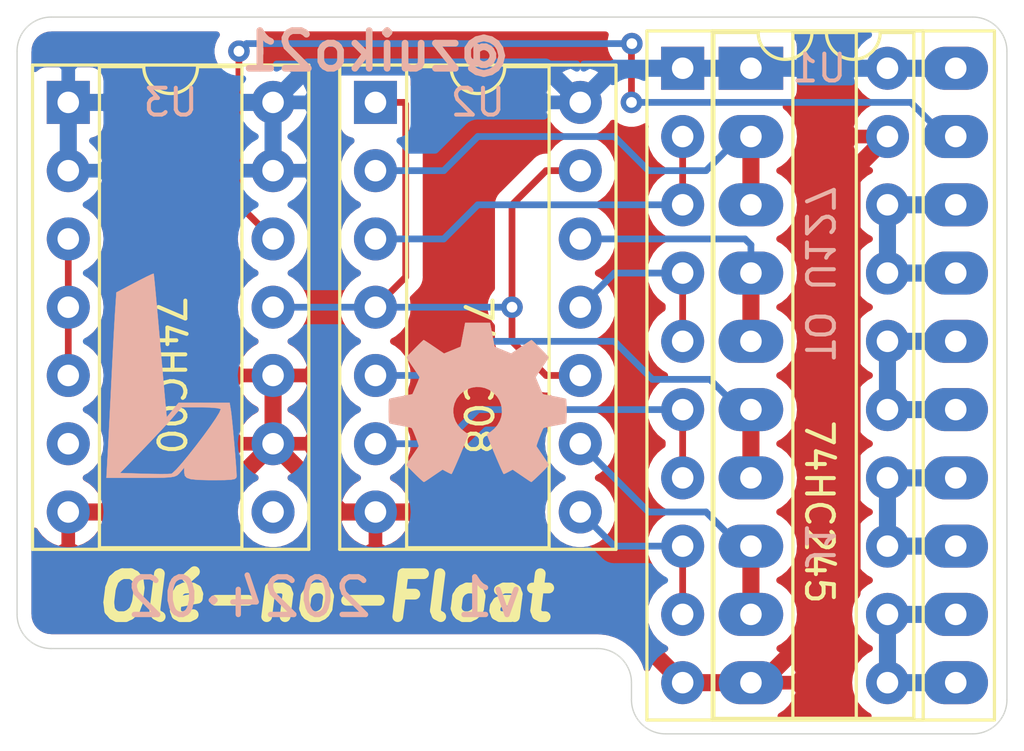
<source format=kicad_pcb>
(kicad_pcb (version 20171130) (host pcbnew "(5.1.2-1)-1")

  (general
    (thickness 1.6)
    (drawings 15)
    (tracks 100)
    (zones 0)
    (modules 6)
    (nets 18)
  )

  (page A4)
  (layers
    (0 F.Cu signal)
    (31 B.Cu signal)
    (32 B.Adhes user)
    (33 F.Adhes user)
    (34 B.Paste user)
    (35 F.Paste user)
    (36 B.SilkS user)
    (37 F.SilkS user)
    (38 B.Mask user)
    (39 F.Mask user)
    (40 Dwgs.User user)
    (41 Cmts.User user)
    (42 Eco1.User user)
    (43 Eco2.User user)
    (44 Edge.Cuts user)
    (45 Margin user)
    (46 B.CrtYd user)
    (47 F.CrtYd user)
    (48 B.Fab user)
    (49 F.Fab user)
  )

  (setup
    (last_trace_width 0.25)
    (user_trace_width 0.635)
    (trace_clearance 0.2)
    (zone_clearance 0.508)
    (zone_45_only no)
    (trace_min 0.2)
    (via_size 0.8)
    (via_drill 0.4)
    (via_min_size 0.4)
    (via_min_drill 0.3)
    (uvia_size 0.3)
    (uvia_drill 0.1)
    (uvias_allowed no)
    (uvia_min_size 0.2)
    (uvia_min_drill 0.1)
    (edge_width 0.05)
    (segment_width 0.2)
    (pcb_text_width 0.3)
    (pcb_text_size 1.5 1.5)
    (mod_edge_width 0.12)
    (mod_text_size 1 1)
    (mod_text_width 0.15)
    (pad_size 1.524 1.524)
    (pad_drill 0.762)
    (pad_to_mask_clearance 0.051)
    (solder_mask_min_width 0.25)
    (aux_axis_origin 0 0)
    (visible_elements FFFFFF7F)
    (pcbplotparams
      (layerselection 0x010fc_ffffffff)
      (usegerberextensions false)
      (usegerberattributes false)
      (usegerberadvancedattributes false)
      (creategerberjobfile false)
      (excludeedgelayer true)
      (linewidth 0.100000)
      (plotframeref false)
      (viasonmask false)
      (mode 1)
      (useauxorigin false)
      (hpglpennumber 1)
      (hpglpenspeed 20)
      (hpglpendiameter 15.000000)
      (psnegative false)
      (psa4output false)
      (plotreference true)
      (plotvalue true)
      (plotinvisibletext false)
      (padsonsilk false)
      (subtractmaskfromsilk false)
      (outputformat 1)
      (mirror false)
      (drillshape 1)
      (scaleselection 1)
      (outputdirectory ""))
  )

  (net 0 "")
  (net 1 +5V)
  (net 2 GND)
  (net 3 /~DCDE)
  (net 4 /IGH)
  (net 5 /DBLU)
  (net 6 /IR)
  (net 7 /DGLO)
  (net 8 /IGL)
  (net 9 /DRED)
  (net 10 /IB)
  (net 11 /DGHI)
  (net 12 /GGHI)
  (net 13 /GRED)
  (net 14 /GGLO)
  (net 15 /GBLU)
  (net 16 /GATE)
  (net 17 /NULL)

  (net_class Default "Esta es la clase de red por defecto."
    (clearance 0.2)
    (trace_width 0.25)
    (via_dia 0.8)
    (via_drill 0.4)
    (uvia_dia 0.3)
    (uvia_drill 0.1)
    (add_net +5V)
    (add_net /DBLU)
    (add_net /DGHI)
    (add_net /DGLO)
    (add_net /DRED)
    (add_net /GATE)
    (add_net /GBLU)
    (add_net /GGHI)
    (add_net /GGLO)
    (add_net /GRED)
    (add_net /IB)
    (add_net /IGH)
    (add_net /IGL)
    (add_net /IR)
    (add_net /NULL)
    (add_net /~DCDE)
    (add_net GND)
    (add_net "Net-(U3-Pad6)")
    (add_net "Net-(U3-Pad8)")
  )

  (module Symbol:OSHW-Symbol_6.7x6mm_SilkScreen (layer B.Cu) (tedit 0) (tstamp 65CF0FE1)
    (at 109.22 37.846 180)
    (descr "Open Source Hardware Symbol")
    (tags "Logo Symbol OSHW")
    (path /65DBF67C)
    (attr virtual)
    (fp_text reference LOGO2 (at 0 0) (layer B.SilkS) hide
      (effects (font (size 1 1) (thickness 0.15)) (justify mirror))
    )
    (fp_text value Logo_Open_Hardware_Small (at 0.75 0) (layer B.Fab) hide
      (effects (font (size 1 1) (thickness 0.15)) (justify mirror))
    )
    (fp_poly (pts (xy 0.555814 2.531069) (xy 0.639635 2.086445) (xy 0.94892 1.958947) (xy 1.258206 1.831449)
      (xy 1.629246 2.083754) (xy 1.733157 2.154004) (xy 1.827087 2.216728) (xy 1.906652 2.269062)
      (xy 1.96747 2.308143) (xy 2.005157 2.331107) (xy 2.015421 2.336058) (xy 2.03391 2.323324)
      (xy 2.07342 2.288118) (xy 2.129522 2.234938) (xy 2.197787 2.168282) (xy 2.273786 2.092646)
      (xy 2.353092 2.012528) (xy 2.431275 1.932426) (xy 2.503907 1.856836) (xy 2.566559 1.790255)
      (xy 2.614803 1.737182) (xy 2.64421 1.702113) (xy 2.651241 1.690377) (xy 2.641123 1.66874)
      (xy 2.612759 1.621338) (xy 2.569129 1.552807) (xy 2.513218 1.467785) (xy 2.448006 1.370907)
      (xy 2.410219 1.31565) (xy 2.341343 1.214752) (xy 2.28014 1.123701) (xy 2.229578 1.04703)
      (xy 2.192628 0.989272) (xy 2.172258 0.954957) (xy 2.169197 0.947746) (xy 2.176136 0.927252)
      (xy 2.195051 0.879487) (xy 2.223087 0.811168) (xy 2.257391 0.729011) (xy 2.295109 0.63973)
      (xy 2.333387 0.550042) (xy 2.36937 0.466662) (xy 2.400206 0.396306) (xy 2.423039 0.34569)
      (xy 2.435017 0.321529) (xy 2.435724 0.320578) (xy 2.454531 0.315964) (xy 2.504618 0.305672)
      (xy 2.580793 0.290713) (xy 2.677865 0.272099) (xy 2.790643 0.250841) (xy 2.856442 0.238582)
      (xy 2.97695 0.215638) (xy 3.085797 0.193805) (xy 3.177476 0.174278) (xy 3.246481 0.158252)
      (xy 3.287304 0.146921) (xy 3.295511 0.143326) (xy 3.303548 0.118994) (xy 3.310033 0.064041)
      (xy 3.31497 -0.015108) (xy 3.318364 -0.112026) (xy 3.320218 -0.220287) (xy 3.320538 -0.333465)
      (xy 3.319327 -0.445135) (xy 3.31659 -0.548868) (xy 3.312331 -0.638241) (xy 3.306555 -0.706826)
      (xy 3.299267 -0.748197) (xy 3.294895 -0.75681) (xy 3.268764 -0.767133) (xy 3.213393 -0.781892)
      (xy 3.136107 -0.799352) (xy 3.04423 -0.81778) (xy 3.012158 -0.823741) (xy 2.857524 -0.852066)
      (xy 2.735375 -0.874876) (xy 2.641673 -0.89308) (xy 2.572384 -0.907583) (xy 2.523471 -0.919292)
      (xy 2.490897 -0.929115) (xy 2.470628 -0.937956) (xy 2.458626 -0.946724) (xy 2.456947 -0.948457)
      (xy 2.440184 -0.976371) (xy 2.414614 -1.030695) (xy 2.382788 -1.104777) (xy 2.34726 -1.191965)
      (xy 2.310583 -1.285608) (xy 2.275311 -1.379052) (xy 2.243996 -1.465647) (xy 2.219193 -1.53874)
      (xy 2.203454 -1.591678) (xy 2.199332 -1.617811) (xy 2.199676 -1.618726) (xy 2.213641 -1.640086)
      (xy 2.245322 -1.687084) (xy 2.291391 -1.754827) (xy 2.348518 -1.838423) (xy 2.413373 -1.932982)
      (xy 2.431843 -1.959854) (xy 2.497699 -2.057275) (xy 2.55565 -2.146163) (xy 2.602538 -2.221412)
      (xy 2.635207 -2.27792) (xy 2.6505 -2.310581) (xy 2.651241 -2.314593) (xy 2.638392 -2.335684)
      (xy 2.602888 -2.377464) (xy 2.549293 -2.435445) (xy 2.482171 -2.505135) (xy 2.406087 -2.582045)
      (xy 2.325604 -2.661683) (xy 2.245287 -2.739561) (xy 2.169699 -2.811186) (xy 2.103405 -2.87207)
      (xy 2.050969 -2.917721) (xy 2.016955 -2.94365) (xy 2.007545 -2.947883) (xy 1.985643 -2.937912)
      (xy 1.9408 -2.91102) (xy 1.880321 -2.871736) (xy 1.833789 -2.840117) (xy 1.749475 -2.782098)
      (xy 1.649626 -2.713784) (xy 1.549473 -2.645579) (xy 1.495627 -2.609075) (xy 1.313371 -2.4858)
      (xy 1.160381 -2.56852) (xy 1.090682 -2.604759) (xy 1.031414 -2.632926) (xy 0.991311 -2.648991)
      (xy 0.981103 -2.651226) (xy 0.968829 -2.634722) (xy 0.944613 -2.588082) (xy 0.910263 -2.515609)
      (xy 0.867588 -2.421606) (xy 0.818394 -2.310374) (xy 0.76449 -2.186215) (xy 0.707684 -2.053432)
      (xy 0.649782 -1.916327) (xy 0.592593 -1.779202) (xy 0.537924 -1.646358) (xy 0.487584 -1.522098)
      (xy 0.44338 -1.410725) (xy 0.407119 -1.316539) (xy 0.380609 -1.243844) (xy 0.365658 -1.196941)
      (xy 0.363254 -1.180833) (xy 0.382311 -1.160286) (xy 0.424036 -1.126933) (xy 0.479706 -1.087702)
      (xy 0.484378 -1.084599) (xy 0.628264 -0.969423) (xy 0.744283 -0.835053) (xy 0.83143 -0.685784)
      (xy 0.888699 -0.525913) (xy 0.915086 -0.359737) (xy 0.909585 -0.191552) (xy 0.87119 -0.025655)
      (xy 0.798895 0.133658) (xy 0.777626 0.168513) (xy 0.666996 0.309263) (xy 0.536302 0.422286)
      (xy 0.390064 0.506997) (xy 0.232808 0.562806) (xy 0.069057 0.589126) (xy -0.096667 0.58537)
      (xy -0.259838 0.55095) (xy -0.415935 0.485277) (xy -0.560433 0.387765) (xy -0.605131 0.348187)
      (xy -0.718888 0.224297) (xy -0.801782 0.093876) (xy -0.858644 -0.052315) (xy -0.890313 -0.197088)
      (xy -0.898131 -0.35986) (xy -0.872062 -0.52344) (xy -0.814755 -0.682298) (xy -0.728856 -0.830906)
      (xy -0.617014 -0.963735) (xy -0.481877 -1.075256) (xy -0.464117 -1.087011) (xy -0.40785 -1.125508)
      (xy -0.365077 -1.158863) (xy -0.344628 -1.18016) (xy -0.344331 -1.180833) (xy -0.348721 -1.203871)
      (xy -0.366124 -1.256157) (xy -0.394732 -1.33339) (xy -0.432735 -1.431268) (xy -0.478326 -1.545491)
      (xy -0.529697 -1.671758) (xy -0.585038 -1.805767) (xy -0.642542 -1.943218) (xy -0.700399 -2.079808)
      (xy -0.756802 -2.211237) (xy -0.809942 -2.333205) (xy -0.85801 -2.441409) (xy -0.899199 -2.531549)
      (xy -0.931699 -2.599323) (xy -0.953703 -2.64043) (xy -0.962564 -2.651226) (xy -0.98964 -2.642819)
      (xy -1.040303 -2.620272) (xy -1.105817 -2.587613) (xy -1.141841 -2.56852) (xy -1.294832 -2.4858)
      (xy -1.477088 -2.609075) (xy -1.570125 -2.672228) (xy -1.671985 -2.741727) (xy -1.767438 -2.807165)
      (xy -1.81525 -2.840117) (xy -1.882495 -2.885273) (xy -1.939436 -2.921057) (xy -1.978646 -2.942938)
      (xy -1.991381 -2.947563) (xy -2.009917 -2.935085) (xy -2.050941 -2.900252) (xy -2.110475 -2.846678)
      (xy -2.184542 -2.777983) (xy -2.269165 -2.697781) (xy -2.322685 -2.646286) (xy -2.416319 -2.554286)
      (xy -2.497241 -2.471999) (xy -2.562177 -2.402945) (xy -2.607858 -2.350644) (xy -2.631011 -2.318616)
      (xy -2.633232 -2.312116) (xy -2.622924 -2.287394) (xy -2.594439 -2.237405) (xy -2.550937 -2.167212)
      (xy -2.495577 -2.081875) (xy -2.43152 -1.986456) (xy -2.413303 -1.959854) (xy -2.346927 -1.863167)
      (xy -2.287378 -1.776117) (xy -2.237984 -1.703595) (xy -2.202075 -1.650493) (xy -2.182981 -1.621703)
      (xy -2.181136 -1.618726) (xy -2.183895 -1.595782) (xy -2.198538 -1.545336) (xy -2.222513 -1.474041)
      (xy -2.253266 -1.388547) (xy -2.288244 -1.295507) (xy -2.324893 -1.201574) (xy -2.360661 -1.113399)
      (xy -2.392994 -1.037634) (xy -2.419338 -0.980931) (xy -2.437142 -0.949943) (xy -2.438407 -0.948457)
      (xy -2.449294 -0.939601) (xy -2.467682 -0.930843) (xy -2.497606 -0.921277) (xy -2.543103 -0.909996)
      (xy -2.608209 -0.896093) (xy -2.696961 -0.878663) (xy -2.813393 -0.856798) (xy -2.961542 -0.829591)
      (xy -2.993618 -0.823741) (xy -3.088686 -0.805374) (xy -3.171565 -0.787405) (xy -3.23493 -0.771569)
      (xy -3.271458 -0.7596) (xy -3.276356 -0.75681) (xy -3.284427 -0.732072) (xy -3.290987 -0.67679)
      (xy -3.296033 -0.597389) (xy -3.299559 -0.500296) (xy -3.301561 -0.391938) (xy -3.302036 -0.27874)
      (xy -3.300977 -0.167128) (xy -3.298382 -0.063529) (xy -3.294246 0.025632) (xy -3.288563 0.093928)
      (xy -3.281331 0.134934) (xy -3.276971 0.143326) (xy -3.252698 0.151792) (xy -3.197426 0.165565)
      (xy -3.116662 0.18345) (xy -3.015912 0.204252) (xy -2.900683 0.226777) (xy -2.837902 0.238582)
      (xy -2.718787 0.260849) (xy -2.612565 0.281021) (xy -2.524427 0.298085) (xy -2.459566 0.311031)
      (xy -2.423174 0.318845) (xy -2.417184 0.320578) (xy -2.407061 0.34011) (xy -2.385662 0.387157)
      (xy -2.355839 0.454997) (xy -2.320445 0.536909) (xy -2.282332 0.626172) (xy -2.244353 0.716065)
      (xy -2.20936 0.799865) (xy -2.180206 0.870853) (xy -2.159743 0.922306) (xy -2.150823 0.947503)
      (xy -2.150657 0.948604) (xy -2.160769 0.968481) (xy -2.189117 1.014223) (xy -2.232723 1.081283)
      (xy -2.288606 1.165116) (xy -2.353787 1.261174) (xy -2.391679 1.31635) (xy -2.460725 1.417519)
      (xy -2.52205 1.50937) (xy -2.572663 1.587256) (xy -2.609571 1.646531) (xy -2.629782 1.682549)
      (xy -2.632701 1.690623) (xy -2.620153 1.709416) (xy -2.585463 1.749543) (xy -2.533063 1.806507)
      (xy -2.467384 1.875815) (xy -2.392856 1.952969) (xy -2.313913 2.033475) (xy -2.234983 2.112837)
      (xy -2.1605 2.18656) (xy -2.094894 2.250148) (xy -2.042596 2.299106) (xy -2.008039 2.328939)
      (xy -1.996478 2.336058) (xy -1.977654 2.326047) (xy -1.932631 2.297922) (xy -1.865787 2.254546)
      (xy -1.781499 2.198782) (xy -1.684144 2.133494) (xy -1.610707 2.083754) (xy -1.239667 1.831449)
      (xy -0.621095 2.086445) (xy -0.537275 2.531069) (xy -0.453454 2.975693) (xy 0.471994 2.975693)
      (xy 0.555814 2.531069)) (layer B.SilkS) (width 0.01))
  )

  (module durango:j300 (layer B.Cu) (tedit 0) (tstamp 65CF0EC0)
    (at 97.79 36.83 180)
    (path /65DB7C70)
    (fp_text reference LOGO1 (at 0 0) (layer B.SilkS) hide
      (effects (font (size 1.524 1.524) (thickness 0.3)) (justify mirror))
    )
    (fp_text value Logo_Open_Hardware_Small (at 0.75 0) (layer B.SilkS) hide
      (effects (font (size 1.524 1.524) (thickness 0.3)) (justify mirror))
    )
    (fp_poly (pts (xy 0.710652 3.763118) (xy 0.903066 3.672452) (xy 1.176324 3.534458) (xy 1.335497 3.451331)
      (xy 2.019553 3.090333) (xy 2.065245 2.413) (xy 2.083451 2.118304) (xy 2.107502 1.692574)
      (xy 2.135359 1.173928) (xy 2.164981 0.600482) (xy 2.194328 0.010352) (xy 2.198938 -0.084667)
      (xy 2.228922 -0.698733) (xy 2.260059 -1.325668) (xy 2.29009 -1.920723) (xy 2.316755 -2.439151)
      (xy 2.337794 -2.836202) (xy 2.338955 -2.8575) (xy 2.390969 -3.81) (xy 1.103222 -3.81)
      (xy 0.608986 -3.808781) (xy 0.255761 -3.802636) (xy 0.015232 -3.787837) (xy -0.140919 -3.760655)
      (xy -0.241009 -3.717362) (xy -0.313354 -3.654229) (xy -0.343446 -3.6195) (xy -0.502367 -3.429)
      (xy -0.505184 -3.610442) (xy -0.525357 -3.727391) (xy -0.599029 -3.807525) (xy -0.752334 -3.857532)
      (xy -1.011408 -3.884102) (xy -1.402385 -3.893926) (xy -1.615592 -3.894667) (xy -2.00159 -3.891566)
      (xy -2.248365 -3.878726) (xy -2.385966 -3.850838) (xy -2.444445 -3.802595) (xy -2.45446 -3.7465)
      (xy -2.44595 -3.561746) (xy -2.424264 -3.252695) (xy -2.393266 -2.863522) (xy -2.356817 -2.438404)
      (xy -2.318778 -2.021518) (xy -2.283012 -1.657041) (xy -2.25338 -1.389148) (xy -2.239821 -1.291167)
      (xy -2.233738 -1.254904) (xy -1.862667 -1.254904) (xy -1.811943 -1.379807) (xy -1.674065 -1.604827)
      (xy -1.470477 -1.901954) (xy -1.222622 -2.243181) (xy -0.951945 -2.600499) (xy -0.679888 -2.9459)
      (xy -0.427895 -3.251375) (xy -0.21741 -3.488916) (xy -0.069875 -3.630515) (xy -0.023325 -3.657353)
      (xy 0.111304 -3.665583) (xy 0.373177 -3.66747) (xy 0.720324 -3.663061) (xy 0.994002 -3.656183)
      (xy 1.883259 -3.629365) (xy 1.08654 -2.809516) (xy 0.753544 -2.463296) (xy 0.428931 -2.119564)
      (xy 0.148995 -1.817128) (xy -0.04997 -1.594798) (xy -0.056264 -1.5875) (xy -0.402349 -1.185334)
      (xy -1.132508 -1.185334) (xy -1.460314 -1.192786) (xy -1.711913 -1.212693) (xy -1.848718 -1.241377)
      (xy -1.862667 -1.254904) (xy -2.233738 -1.254904) (xy -2.193661 -1.016) (xy -1.244997 -1.015237)
      (xy -0.296334 -1.014474) (xy -0.074928 -1.283842) (xy 0.146478 -1.553211) (xy 0.197558 -1.009439)
      (xy 0.219278 -0.771488) (xy 0.252799 -0.395776) (xy 0.295393 0.086745) (xy 0.344337 0.645129)
      (xy 0.396905 1.248424) (xy 0.431814 1.651) (xy 0.48255 2.23009) (xy 0.529337 2.750515)
      (xy 0.570022 3.189407) (xy 0.602451 3.523898) (xy 0.624471 3.731121) (xy 0.633215 3.789998)
      (xy 0.710652 3.763118)) (layer B.SilkS) (width 0.01))
  )

  (module Package_DIP:DIP-14_W7.62mm_Socket (layer F.Cu) (tedit 5A02E8C5) (tstamp 65CEEBDF)
    (at 93.98 26.67)
    (descr "14-lead though-hole mounted DIP package, row spacing 7.62 mm (300 mils), Socket")
    (tags "THT DIP DIL PDIP 2.54mm 7.62mm 300mil Socket")
    (path /65D1BACE)
    (fp_text reference U3 (at 3.81 0 unlocked) (layer B.SilkS)
      (effects (font (size 1 1) (thickness 0.15)) (justify mirror))
    )
    (fp_text value 74HC00 (at 3.81 10.16 270 unlocked) (layer F.SilkS)
      (effects (font (size 1 1) (thickness 0.15)))
    )
    (fp_line (start 9.15 -1.6) (end -1.55 -1.6) (layer F.CrtYd) (width 0.05))
    (fp_line (start 9.15 16.85) (end 9.15 -1.6) (layer F.CrtYd) (width 0.05))
    (fp_line (start -1.55 16.85) (end 9.15 16.85) (layer F.CrtYd) (width 0.05))
    (fp_line (start -1.55 -1.6) (end -1.55 16.85) (layer F.CrtYd) (width 0.05))
    (fp_line (start 8.95 -1.39) (end -1.33 -1.39) (layer F.SilkS) (width 0.12))
    (fp_line (start 8.95 16.63) (end 8.95 -1.39) (layer F.SilkS) (width 0.12))
    (fp_line (start -1.33 16.63) (end 8.95 16.63) (layer F.SilkS) (width 0.12))
    (fp_line (start -1.33 -1.39) (end -1.33 16.63) (layer F.SilkS) (width 0.12))
    (fp_line (start 6.46 -1.33) (end 4.81 -1.33) (layer F.SilkS) (width 0.12))
    (fp_line (start 6.46 16.57) (end 6.46 -1.33) (layer F.SilkS) (width 0.12))
    (fp_line (start 1.16 16.57) (end 6.46 16.57) (layer F.SilkS) (width 0.12))
    (fp_line (start 1.16 -1.33) (end 1.16 16.57) (layer F.SilkS) (width 0.12))
    (fp_line (start 2.81 -1.33) (end 1.16 -1.33) (layer F.SilkS) (width 0.12))
    (fp_line (start 8.89 -1.33) (end -1.27 -1.33) (layer F.Fab) (width 0.1))
    (fp_line (start 8.89 16.57) (end 8.89 -1.33) (layer F.Fab) (width 0.1))
    (fp_line (start -1.27 16.57) (end 8.89 16.57) (layer F.Fab) (width 0.1))
    (fp_line (start -1.27 -1.33) (end -1.27 16.57) (layer F.Fab) (width 0.1))
    (fp_line (start 0.635 -0.27) (end 1.635 -1.27) (layer F.Fab) (width 0.1))
    (fp_line (start 0.635 16.51) (end 0.635 -0.27) (layer F.Fab) (width 0.1))
    (fp_line (start 6.985 16.51) (end 0.635 16.51) (layer F.Fab) (width 0.1))
    (fp_line (start 6.985 -1.27) (end 6.985 16.51) (layer F.Fab) (width 0.1))
    (fp_line (start 1.635 -1.27) (end 6.985 -1.27) (layer F.Fab) (width 0.1))
    (fp_arc (start 3.81 -1.33) (end 2.81 -1.33) (angle -180) (layer F.SilkS) (width 0.12))
    (pad 14 thru_hole oval (at 7.62 0) (size 1.6 1.6) (drill 0.8) (layers *.Cu *.Mask)
      (net 1 +5V))
    (pad 7 thru_hole oval (at 0 15.24) (size 1.6 1.6) (drill 0.8) (layers *.Cu *.Mask)
      (net 2 GND))
    (pad 13 thru_hole oval (at 7.62 2.54) (size 1.6 1.6) (drill 0.8) (layers *.Cu *.Mask)
      (net 1 +5V))
    (pad 6 thru_hole oval (at 0 12.7) (size 1.6 1.6) (drill 0.8) (layers *.Cu *.Mask))
    (pad 12 thru_hole oval (at 7.62 5.08) (size 1.6 1.6) (drill 0.8) (layers *.Cu *.Mask)
      (net 3 /~DCDE))
    (pad 5 thru_hole oval (at 0 10.16) (size 1.6 1.6) (drill 0.8) (layers *.Cu *.Mask)
      (net 17 /NULL))
    (pad 11 thru_hole oval (at 7.62 7.62) (size 1.6 1.6) (drill 0.8) (layers *.Cu *.Mask)
      (net 16 /GATE))
    (pad 4 thru_hole oval (at 0 7.62) (size 1.6 1.6) (drill 0.8) (layers *.Cu *.Mask)
      (net 17 /NULL))
    (pad 10 thru_hole oval (at 7.62 10.16) (size 1.6 1.6) (drill 0.8) (layers *.Cu *.Mask)
      (net 2 GND))
    (pad 3 thru_hole oval (at 0 5.08) (size 1.6 1.6) (drill 0.8) (layers *.Cu *.Mask)
      (net 17 /NULL))
    (pad 9 thru_hole oval (at 7.62 12.7) (size 1.6 1.6) (drill 0.8) (layers *.Cu *.Mask)
      (net 2 GND))
    (pad 2 thru_hole oval (at 0 2.54) (size 1.6 1.6) (drill 0.8) (layers *.Cu *.Mask)
      (net 1 +5V))
    (pad 8 thru_hole oval (at 7.62 15.24) (size 1.6 1.6) (drill 0.8) (layers *.Cu *.Mask))
    (pad 1 thru_hole rect (at 0 0) (size 1.6 1.6) (drill 0.8) (layers *.Cu *.Mask)
      (net 1 +5V))
    (model ${KISYS3DMOD}/Package_DIP.3dshapes/DIP-14_W7.62mm_Socket.wrl
      (at (xyz 0 0 0))
      (scale (xyz 1 1 1))
      (rotate (xyz 0 0 0))
    )
  )

  (module Package_DIP:DIP-14_W7.62mm_Socket (layer F.Cu) (tedit 5A02E8C5) (tstamp 65CEEBB5)
    (at 105.41 26.67)
    (descr "14-lead though-hole mounted DIP package, row spacing 7.62 mm (300 mils), Socket")
    (tags "THT DIP DIL PDIP 2.54mm 7.62mm 300mil Socket")
    (path /65D13550)
    (fp_text reference U2 (at 3.81 0 unlocked) (layer B.SilkS)
      (effects (font (size 1 1) (thickness 0.15)) (justify mirror))
    )
    (fp_text value 74HC08 (at 3.81 10.16 270 unlocked) (layer F.SilkS)
      (effects (font (size 1 1) (thickness 0.15)))
    )
    (fp_line (start 9.15 -1.6) (end -1.55 -1.6) (layer F.CrtYd) (width 0.05))
    (fp_line (start 9.15 16.85) (end 9.15 -1.6) (layer F.CrtYd) (width 0.05))
    (fp_line (start -1.55 16.85) (end 9.15 16.85) (layer F.CrtYd) (width 0.05))
    (fp_line (start -1.55 -1.6) (end -1.55 16.85) (layer F.CrtYd) (width 0.05))
    (fp_line (start 8.95 -1.39) (end -1.33 -1.39) (layer F.SilkS) (width 0.12))
    (fp_line (start 8.95 16.63) (end 8.95 -1.39) (layer F.SilkS) (width 0.12))
    (fp_line (start -1.33 16.63) (end 8.95 16.63) (layer F.SilkS) (width 0.12))
    (fp_line (start -1.33 -1.39) (end -1.33 16.63) (layer F.SilkS) (width 0.12))
    (fp_line (start 6.46 -1.33) (end 4.81 -1.33) (layer F.SilkS) (width 0.12))
    (fp_line (start 6.46 16.57) (end 6.46 -1.33) (layer F.SilkS) (width 0.12))
    (fp_line (start 1.16 16.57) (end 6.46 16.57) (layer F.SilkS) (width 0.12))
    (fp_line (start 1.16 -1.33) (end 1.16 16.57) (layer F.SilkS) (width 0.12))
    (fp_line (start 2.81 -1.33) (end 1.16 -1.33) (layer F.SilkS) (width 0.12))
    (fp_line (start 8.89 -1.33) (end -1.27 -1.33) (layer F.Fab) (width 0.1))
    (fp_line (start 8.89 16.57) (end 8.89 -1.33) (layer F.Fab) (width 0.1))
    (fp_line (start -1.27 16.57) (end 8.89 16.57) (layer F.Fab) (width 0.1))
    (fp_line (start -1.27 -1.33) (end -1.27 16.57) (layer F.Fab) (width 0.1))
    (fp_line (start 0.635 -0.27) (end 1.635 -1.27) (layer F.Fab) (width 0.1))
    (fp_line (start 0.635 16.51) (end 0.635 -0.27) (layer F.Fab) (width 0.1))
    (fp_line (start 6.985 16.51) (end 0.635 16.51) (layer F.Fab) (width 0.1))
    (fp_line (start 6.985 -1.27) (end 6.985 16.51) (layer F.Fab) (width 0.1))
    (fp_line (start 1.635 -1.27) (end 6.985 -1.27) (layer F.Fab) (width 0.1))
    (fp_arc (start 3.81 -1.33) (end 2.81 -1.33) (angle -180) (layer F.SilkS) (width 0.12))
    (pad 14 thru_hole oval (at 7.62 0) (size 1.6 1.6) (drill 0.8) (layers *.Cu *.Mask)
      (net 1 +5V))
    (pad 7 thru_hole oval (at 0 15.24) (size 1.6 1.6) (drill 0.8) (layers *.Cu *.Mask)
      (net 2 GND))
    (pad 13 thru_hole oval (at 7.62 2.54) (size 1.6 1.6) (drill 0.8) (layers *.Cu *.Mask)
      (net 16 /GATE))
    (pad 6 thru_hole oval (at 0 12.7) (size 1.6 1.6) (drill 0.8) (layers *.Cu *.Mask)
      (net 13 /GRED))
    (pad 12 thru_hole oval (at 7.62 5.08) (size 1.6 1.6) (drill 0.8) (layers *.Cu *.Mask)
      (net 8 /IGL))
    (pad 5 thru_hole oval (at 0 10.16) (size 1.6 1.6) (drill 0.8) (layers *.Cu *.Mask)
      (net 6 /IR))
    (pad 11 thru_hole oval (at 7.62 7.62) (size 1.6 1.6) (drill 0.8) (layers *.Cu *.Mask)
      (net 14 /GGLO))
    (pad 4 thru_hole oval (at 0 7.62) (size 1.6 1.6) (drill 0.8) (layers *.Cu *.Mask)
      (net 16 /GATE))
    (pad 10 thru_hole oval (at 7.62 10.16) (size 1.6 1.6) (drill 0.8) (layers *.Cu *.Mask)
      (net 16 /GATE))
    (pad 3 thru_hole oval (at 0 5.08) (size 1.6 1.6) (drill 0.8) (layers *.Cu *.Mask)
      (net 15 /GBLU))
    (pad 9 thru_hole oval (at 7.62 12.7) (size 1.6 1.6) (drill 0.8) (layers *.Cu *.Mask)
      (net 4 /IGH))
    (pad 2 thru_hole oval (at 0 2.54) (size 1.6 1.6) (drill 0.8) (layers *.Cu *.Mask)
      (net 10 /IB))
    (pad 8 thru_hole oval (at 7.62 15.24) (size 1.6 1.6) (drill 0.8) (layers *.Cu *.Mask)
      (net 12 /GGHI))
    (pad 1 thru_hole rect (at 0 0) (size 1.6 1.6) (drill 0.8) (layers *.Cu *.Mask)
      (net 16 /GATE))
    (model ${KISYS3DMOD}/Package_DIP.3dshapes/DIP-14_W7.62mm_Socket.wrl
      (at (xyz 0 0 0))
      (scale (xyz 1 1 1))
      (rotate (xyz 0 0 0))
    )
  )

  (module Package_DIP:DIP-20_W7.62mm_Socket (layer F.Cu) (tedit 5A02E8C5) (tstamp 65CEEB8B)
    (at 116.84 25.4)
    (descr "20-lead though-hole mounted DIP package, row spacing 7.62 mm (300 mils), Socket")
    (tags "THT DIP DIL PDIP 2.54mm 7.62mm 300mil Socket")
    (path /65D125AF)
    (fp_text reference U1 (at 5.08 0 unlocked) (layer B.SilkS)
      (effects (font (size 1 1) (thickness 0.15)) (justify mirror))
    )
    (fp_text value 74HC245 (at 5.08 16.51 270 unlocked) (layer F.SilkS)
      (effects (font (size 1 1) (thickness 0.15)))
    )
    (fp_line (start 9.15 -1.6) (end -1.55 -1.6) (layer F.CrtYd) (width 0.05))
    (fp_line (start 9.15 24.45) (end 9.15 -1.6) (layer F.CrtYd) (width 0.05))
    (fp_line (start -1.55 24.45) (end 9.15 24.45) (layer F.CrtYd) (width 0.05))
    (fp_line (start -1.55 -1.6) (end -1.55 24.45) (layer F.CrtYd) (width 0.05))
    (fp_line (start 8.95 -1.39) (end -1.33 -1.39) (layer F.SilkS) (width 0.12))
    (fp_line (start 8.95 24.25) (end 8.95 -1.39) (layer F.SilkS) (width 0.12))
    (fp_line (start -1.33 24.25) (end 8.95 24.25) (layer F.SilkS) (width 0.12))
    (fp_line (start -1.33 -1.39) (end -1.33 24.25) (layer F.SilkS) (width 0.12))
    (fp_line (start 6.46 -1.33) (end 4.81 -1.33) (layer F.SilkS) (width 0.12))
    (fp_line (start 6.46 24.19) (end 6.46 -1.33) (layer F.SilkS) (width 0.12))
    (fp_line (start 1.16 24.19) (end 6.46 24.19) (layer F.SilkS) (width 0.12))
    (fp_line (start 1.16 -1.33) (end 1.16 24.19) (layer F.SilkS) (width 0.12))
    (fp_line (start 2.81 -1.33) (end 1.16 -1.33) (layer F.SilkS) (width 0.12))
    (fp_line (start 8.89 -1.33) (end -1.27 -1.33) (layer F.Fab) (width 0.1))
    (fp_line (start 8.89 24.19) (end 8.89 -1.33) (layer F.Fab) (width 0.1))
    (fp_line (start -1.27 24.19) (end 8.89 24.19) (layer F.Fab) (width 0.1))
    (fp_line (start -1.27 -1.33) (end -1.27 24.19) (layer F.Fab) (width 0.1))
    (fp_line (start 0.635 -0.27) (end 1.635 -1.27) (layer F.Fab) (width 0.1))
    (fp_line (start 0.635 24.13) (end 0.635 -0.27) (layer F.Fab) (width 0.1))
    (fp_line (start 6.985 24.13) (end 0.635 24.13) (layer F.Fab) (width 0.1))
    (fp_line (start 6.985 -1.27) (end 6.985 24.13) (layer F.Fab) (width 0.1))
    (fp_line (start 1.635 -1.27) (end 6.985 -1.27) (layer F.Fab) (width 0.1))
    (fp_arc (start 3.81 -1.33) (end 2.81 -1.33) (angle -180) (layer F.SilkS) (width 0.12))
    (pad 20 thru_hole oval (at 7.62 0) (size 1.6 1.6) (drill 0.8) (layers *.Cu *.Mask)
      (net 1 +5V))
    (pad 10 thru_hole oval (at 0 22.86) (size 1.6 1.6) (drill 0.8) (layers *.Cu *.Mask)
      (net 2 GND))
    (pad 19 thru_hole oval (at 7.62 2.54) (size 1.6 1.6) (drill 0.8) (layers *.Cu *.Mask)
      (net 2 GND))
    (pad 9 thru_hole oval (at 0 20.32) (size 1.6 1.6) (drill 0.8) (layers *.Cu *.Mask)
      (net 12 /GGHI))
    (pad 18 thru_hole oval (at 7.62 5.08) (size 1.6 1.6) (drill 0.8) (layers *.Cu *.Mask)
      (net 5 /DBLU))
    (pad 8 thru_hole oval (at 0 17.78) (size 1.6 1.6) (drill 0.8) (layers *.Cu *.Mask)
      (net 12 /GGHI))
    (pad 17 thru_hole oval (at 7.62 7.62) (size 1.6 1.6) (drill 0.8) (layers *.Cu *.Mask)
      (net 5 /DBLU))
    (pad 7 thru_hole oval (at 0 15.24) (size 1.6 1.6) (drill 0.8) (layers *.Cu *.Mask)
      (net 13 /GRED))
    (pad 16 thru_hole oval (at 7.62 10.16) (size 1.6 1.6) (drill 0.8) (layers *.Cu *.Mask)
      (net 7 /DGLO))
    (pad 6 thru_hole oval (at 0 12.7) (size 1.6 1.6) (drill 0.8) (layers *.Cu *.Mask)
      (net 13 /GRED))
    (pad 15 thru_hole oval (at 7.62 12.7) (size 1.6 1.6) (drill 0.8) (layers *.Cu *.Mask)
      (net 7 /DGLO))
    (pad 5 thru_hole oval (at 0 10.16) (size 1.6 1.6) (drill 0.8) (layers *.Cu *.Mask)
      (net 14 /GGLO))
    (pad 14 thru_hole oval (at 7.62 15.24) (size 1.6 1.6) (drill 0.8) (layers *.Cu *.Mask)
      (net 9 /DRED))
    (pad 4 thru_hole oval (at 0 7.62) (size 1.6 1.6) (drill 0.8) (layers *.Cu *.Mask)
      (net 14 /GGLO))
    (pad 13 thru_hole oval (at 7.62 17.78) (size 1.6 1.6) (drill 0.8) (layers *.Cu *.Mask)
      (net 9 /DRED))
    (pad 3 thru_hole oval (at 0 5.08) (size 1.6 1.6) (drill 0.8) (layers *.Cu *.Mask)
      (net 15 /GBLU))
    (pad 12 thru_hole oval (at 7.62 20.32) (size 1.6 1.6) (drill 0.8) (layers *.Cu *.Mask)
      (net 11 /DGHI))
    (pad 2 thru_hole oval (at 0 2.54) (size 1.6 1.6) (drill 0.8) (layers *.Cu *.Mask)
      (net 15 /GBLU))
    (pad 11 thru_hole oval (at 7.62 22.86) (size 1.6 1.6) (drill 0.8) (layers *.Cu *.Mask)
      (net 11 /DGHI))
    (pad 1 thru_hole rect (at 0 0) (size 1.6 1.6) (drill 0.8) (layers *.Cu *.Mask)
      (net 1 +5V))
    (model ${KISYS3DMOD}/Package_DIP.3dshapes/DIP-20_W7.62mm_Socket.wrl
      (at (xyz 0 0 0))
      (scale (xyz 1 1 1))
      (rotate (xyz 0 0 0))
    )
  )

  (module Package_DIP:DIP-20_W7.62mm_Socket_LongPads (layer F.Cu) (tedit 5A02E8C5) (tstamp 65CEEB5B)
    (at 119.38 25.4)
    (descr "20-lead though-hole mounted DIP package, row spacing 7.62 mm (300 mils), Socket, LongPads")
    (tags "THT DIP DIL PDIP 2.54mm 7.62mm 300mil Socket LongPads")
    (path /65D262AC)
    (fp_text reference J1 (at 2.54 17.78 270 unlocked) (layer B.SilkS)
      (effects (font (size 1 1) (thickness 0.15)) (justify mirror))
    )
    (fp_text value "TO U127" (at 2.54 7.62 270 unlocked) (layer B.SilkS)
      (effects (font (size 1 1) (thickness 0.15)) (justify mirror))
    )
    (fp_line (start 9.15 -1.6) (end -1.55 -1.6) (layer F.CrtYd) (width 0.05))
    (fp_line (start 9.15 24.45) (end 9.15 -1.6) (layer F.CrtYd) (width 0.05))
    (fp_line (start -1.55 24.45) (end 9.15 24.45) (layer F.CrtYd) (width 0.05))
    (fp_line (start -1.55 -1.6) (end -1.55 24.45) (layer F.CrtYd) (width 0.05))
    (fp_line (start 9.06 -1.39) (end -1.44 -1.39) (layer F.SilkS) (width 0.12))
    (fp_line (start 9.06 24.25) (end 9.06 -1.39) (layer F.SilkS) (width 0.12))
    (fp_line (start -1.44 24.25) (end 9.06 24.25) (layer F.SilkS) (width 0.12))
    (fp_line (start -1.44 -1.39) (end -1.44 24.25) (layer F.SilkS) (width 0.12))
    (fp_line (start 6.06 -1.33) (end 4.81 -1.33) (layer F.SilkS) (width 0.12))
    (fp_line (start 6.06 24.19) (end 6.06 -1.33) (layer F.SilkS) (width 0.12))
    (fp_line (start 1.56 24.19) (end 6.06 24.19) (layer F.SilkS) (width 0.12))
    (fp_line (start 1.56 -1.33) (end 1.56 24.19) (layer F.SilkS) (width 0.12))
    (fp_line (start 2.81 -1.33) (end 1.56 -1.33) (layer F.SilkS) (width 0.12))
    (fp_line (start 8.89 -1.33) (end -1.27 -1.33) (layer F.Fab) (width 0.1))
    (fp_line (start 8.89 24.19) (end 8.89 -1.33) (layer F.Fab) (width 0.1))
    (fp_line (start -1.27 24.19) (end 8.89 24.19) (layer F.Fab) (width 0.1))
    (fp_line (start -1.27 -1.33) (end -1.27 24.19) (layer F.Fab) (width 0.1))
    (fp_line (start 0.635 -0.27) (end 1.635 -1.27) (layer F.Fab) (width 0.1))
    (fp_line (start 0.635 24.13) (end 0.635 -0.27) (layer F.Fab) (width 0.1))
    (fp_line (start 6.985 24.13) (end 0.635 24.13) (layer F.Fab) (width 0.1))
    (fp_line (start 6.985 -1.27) (end 6.985 24.13) (layer F.Fab) (width 0.1))
    (fp_line (start 1.635 -1.27) (end 6.985 -1.27) (layer F.Fab) (width 0.1))
    (fp_arc (start 3.81 -1.33) (end 2.81 -1.33) (angle -180) (layer F.SilkS) (width 0.12))
    (pad 20 thru_hole oval (at 7.62 0) (size 2.4 1.6) (drill 0.8) (layers *.Cu *.Mask)
      (net 1 +5V))
    (pad 10 thru_hole oval (at 0 22.86) (size 2.4 1.6) (drill 0.8) (layers *.Cu *.Mask)
      (net 2 GND))
    (pad 19 thru_hole oval (at 7.62 2.54) (size 2.4 1.6) (drill 0.8) (layers *.Cu *.Mask)
      (net 3 /~DCDE))
    (pad 9 thru_hole oval (at 0 20.32) (size 2.4 1.6) (drill 0.8) (layers *.Cu *.Mask)
      (net 4 /IGH))
    (pad 18 thru_hole oval (at 7.62 5.08) (size 2.4 1.6) (drill 0.8) (layers *.Cu *.Mask)
      (net 5 /DBLU))
    (pad 8 thru_hole oval (at 0 17.78) (size 2.4 1.6) (drill 0.8) (layers *.Cu *.Mask)
      (net 4 /IGH))
    (pad 17 thru_hole oval (at 7.62 7.62) (size 2.4 1.6) (drill 0.8) (layers *.Cu *.Mask)
      (net 5 /DBLU))
    (pad 7 thru_hole oval (at 0 15.24) (size 2.4 1.6) (drill 0.8) (layers *.Cu *.Mask)
      (net 6 /IR))
    (pad 16 thru_hole oval (at 7.62 10.16) (size 2.4 1.6) (drill 0.8) (layers *.Cu *.Mask)
      (net 7 /DGLO))
    (pad 6 thru_hole oval (at 0 12.7) (size 2.4 1.6) (drill 0.8) (layers *.Cu *.Mask)
      (net 6 /IR))
    (pad 15 thru_hole oval (at 7.62 12.7) (size 2.4 1.6) (drill 0.8) (layers *.Cu *.Mask)
      (net 7 /DGLO))
    (pad 5 thru_hole oval (at 0 10.16) (size 2.4 1.6) (drill 0.8) (layers *.Cu *.Mask)
      (net 8 /IGL))
    (pad 14 thru_hole oval (at 7.62 15.24) (size 2.4 1.6) (drill 0.8) (layers *.Cu *.Mask)
      (net 9 /DRED))
    (pad 4 thru_hole oval (at 0 7.62) (size 2.4 1.6) (drill 0.8) (layers *.Cu *.Mask)
      (net 8 /IGL))
    (pad 13 thru_hole oval (at 7.62 17.78) (size 2.4 1.6) (drill 0.8) (layers *.Cu *.Mask)
      (net 9 /DRED))
    (pad 3 thru_hole oval (at 0 5.08) (size 2.4 1.6) (drill 0.8) (layers *.Cu *.Mask)
      (net 10 /IB))
    (pad 12 thru_hole oval (at 7.62 20.32) (size 2.4 1.6) (drill 0.8) (layers *.Cu *.Mask)
      (net 11 /DGHI))
    (pad 2 thru_hole oval (at 0 2.54) (size 2.4 1.6) (drill 0.8) (layers *.Cu *.Mask)
      (net 10 /IB))
    (pad 11 thru_hole oval (at 7.62 22.86) (size 2.4 1.6) (drill 0.8) (layers *.Cu *.Mask)
      (net 11 /DGHI))
    (pad 1 thru_hole rect (at 0 0) (size 2.4 1.6) (drill 0.8) (layers *.Cu *.Mask)
      (net 1 +5V))
    (model ${KISYS3DMOD}/Package_DIP.3dshapes/DIP-20_W7.62mm_Socket.wrl
      (at (xyz 0 0 0))
      (scale (xyz 1 1 1))
      (rotate (xyz 0 0 0))
    )
  )

  (gr_text "v1   2024·02" (at 103.505 45.085) (layer B.SilkS)
    (effects (font (size 1.4 1.4) (thickness 0.2)) (justify mirror))
  )
  (gr_text @zuiko21 (at 105.41 24.765) (layer B.SilkS)
    (effects (font (size 1.4 1.4) (thickness 0.25)) (justify mirror))
  )
  (gr_text Olé-no-Float (at 103.505 45.085) (layer F.SilkS)
    (effects (font (size 1.6 1.6) (thickness 0.4) italic))
  )
  (gr_arc (start 127.635 48.895) (end 127.635 50.165) (angle -90) (layer Edge.Cuts) (width 0.05))
  (gr_arc (start 127.635 24.765) (end 128.905 24.765) (angle -90) (layer Edge.Cuts) (width 0.05))
  (gr_arc (start 93.345 24.765) (end 93.345 23.495) (angle -90) (layer Edge.Cuts) (width 0.05))
  (gr_arc (start 93.345 45.72) (end 92.075 45.72) (angle -90) (layer Edge.Cuts) (width 0.05))
  (gr_line (start 113.665 46.99) (end 93.345 46.99) (layer Edge.Cuts) (width 0.05))
  (gr_line (start 114.935 48.26) (end 114.935 48.895) (layer Edge.Cuts) (width 0.05) (tstamp 65CEFC7D))
  (gr_arc (start 113.665 48.26) (end 114.935 48.26) (angle -90) (layer Edge.Cuts) (width 0.05))
  (gr_arc (start 116.205 48.895) (end 114.935 48.895) (angle -90) (layer Edge.Cuts) (width 0.05))
  (gr_line (start 127.635 50.165) (end 116.205 50.165) (layer Edge.Cuts) (width 0.05) (tstamp 65CEFC62))
  (gr_line (start 128.905 24.765) (end 128.905 48.895) (layer Edge.Cuts) (width 0.05))
  (gr_line (start 93.345 23.495) (end 127.635 23.495) (layer Edge.Cuts) (width 0.05))
  (gr_line (start 92.075 45.72) (end 92.075 24.765) (layer Edge.Cuts) (width 0.05))

  (segment (start 119.38 25.4) (end 116.84 25.4) (width 0.635) (layer B.Cu) (net 1))
  (segment (start 119.38 25.4) (end 127 25.4) (width 0.635) (layer B.Cu) (net 1))
  (segment (start 93.98 29.21) (end 93.98 26.67) (width 0.635) (layer B.Cu) (net 1))
  (segment (start 93.98 26.67) (end 101.6 26.67) (width 0.635) (layer B.Cu) (net 1))
  (segment (start 101.6 26.67) (end 101.6 29.21) (width 0.635) (layer B.Cu) (net 1))
  (segment (start 112.230001 25.870001) (end 113.03 26.67) (width 0.635) (layer B.Cu) (net 1))
  (segment (start 111.712499 25.352499) (end 112.230001 25.870001) (width 0.635) (layer B.Cu) (net 1))
  (segment (start 102.917501 25.352499) (end 111.712499 25.352499) (width 0.635) (layer B.Cu) (net 1))
  (segment (start 101.6 26.67) (end 102.917501 25.352499) (width 0.635) (layer B.Cu) (net 1))
  (segment (start 113.03 26.67) (end 114.3 25.4) (width 0.635) (layer B.Cu) (net 1))
  (segment (start 114.3 25.4) (end 116.84 25.4) (width 0.635) (layer B.Cu) (net 1))
  (segment (start 119.38 48.26) (end 116.84 48.26) (width 0.635) (layer F.Cu) (net 2))
  (segment (start 99.06 41.91) (end 101.6 39.37) (width 0.635) (layer F.Cu) (net 2))
  (segment (start 93.98 41.91) (end 99.06 41.91) (width 0.635) (layer F.Cu) (net 2))
  (segment (start 101.6 39.37) (end 104.14 41.91) (width 0.635) (layer F.Cu) (net 2))
  (segment (start 104.14 41.91) (end 105.41 41.91) (width 0.635) (layer F.Cu) (net 2))
  (segment (start 110.49 41.91) (end 116.84 48.26) (width 0.635) (layer F.Cu) (net 2))
  (segment (start 105.41 41.91) (end 110.49 41.91) (width 0.635) (layer F.Cu) (net 2))
  (segment (start 101.6 39.37) (end 101.6 36.83) (width 0.635) (layer F.Cu) (net 2))
  (segment (start 119.78 48.26) (end 119.38 48.26) (width 0.635) (layer F.Cu) (net 2))
  (segment (start 123.142499 44.897501) (end 119.78 48.26) (width 0.635) (layer F.Cu) (net 2))
  (segment (start 123.142499 29.257501) (end 123.142499 44.897501) (width 0.635) (layer F.Cu) (net 2))
  (segment (start 124.46 27.94) (end 123.142499 29.257501) (width 0.635) (layer F.Cu) (net 2))
  (segment (start 126.6 27.94) (end 125.33 26.67) (width 0.25) (layer B.Cu) (net 3))
  (segment (start 127 27.94) (end 126.6 27.94) (width 0.25) (layer B.Cu) (net 3))
  (via (at 114.935 26.67) (size 0.8) (drill 0.4) (layers F.Cu B.Cu) (net 3))
  (segment (start 125.33 26.67) (end 114.935 26.67) (width 0.25) (layer B.Cu) (net 3))
  (via (at 114.948771 24.4825) (size 0.8) (drill 0.4) (layers F.Cu B.Cu) (net 3))
  (segment (start 114.935 24.496271) (end 114.948771 24.4825) (width 0.25) (layer F.Cu) (net 3))
  (segment (start 114.935 26.67) (end 114.935 24.496271) (width 0.25) (layer F.Cu) (net 3))
  (via (at 100.33 24.765) (size 0.8) (drill 0.4) (layers F.Cu B.Cu) (net 3))
  (segment (start 100.6125 24.4825) (end 100.33 24.765) (width 0.25) (layer B.Cu) (net 3))
  (segment (start 114.948771 24.4825) (end 100.6125 24.4825) (width 0.25) (layer B.Cu) (net 3))
  (segment (start 100.33 30.48) (end 101.6 31.75) (width 0.25) (layer F.Cu) (net 3))
  (segment (start 100.33 24.765) (end 100.33 30.48) (width 0.25) (layer F.Cu) (net 3))
  (segment (start 119.38 43.18) (end 119.38 45.72) (width 0.635) (layer F.Cu) (net 4))
  (segment (start 113.03 39.37) (end 115.57 41.91) (width 0.25) (layer B.Cu) (net 4))
  (segment (start 117.71 41.91) (end 118.98 43.18) (width 0.25) (layer B.Cu) (net 4))
  (segment (start 118.98 43.18) (end 119.38 43.18) (width 0.25) (layer B.Cu) (net 4))
  (segment (start 115.57 41.91) (end 117.71 41.91) (width 0.25) (layer B.Cu) (net 4))
  (segment (start 124.46 33.02) (end 127 33.02) (width 0.635) (layer B.Cu) (net 5))
  (segment (start 124.46 30.48) (end 127 30.48) (width 0.635) (layer B.Cu) (net 5))
  (segment (start 124.46 30.48) (end 124.46 33.02) (width 0.635) (layer B.Cu) (net 5))
  (segment (start 119.38 38.1) (end 119.38 40.64) (width 0.635) (layer F.Cu) (net 6))
  (segment (start 118.98 38.1) (end 119.38 38.1) (width 0.25) (layer B.Cu) (net 6))
  (segment (start 117.854999 36.974999) (end 118.98 38.1) (width 0.25) (layer B.Cu) (net 6))
  (segment (start 105.41 36.83) (end 107.95 36.83) (width 0.25) (layer B.Cu) (net 6))
  (segment (start 114.3 35.56) (end 115.714999 36.974999) (width 0.25) (layer B.Cu) (net 6))
  (segment (start 109.22 35.56) (end 114.3 35.56) (width 0.25) (layer B.Cu) (net 6))
  (segment (start 107.95 36.83) (end 109.22 35.56) (width 0.25) (layer B.Cu) (net 6))
  (segment (start 115.714999 36.974999) (end 117.854999 36.974999) (width 0.25) (layer B.Cu) (net 6))
  (segment (start 124.46 38.1) (end 127 38.1) (width 0.635) (layer B.Cu) (net 7))
  (segment (start 124.46 35.56) (end 127 35.56) (width 0.635) (layer B.Cu) (net 7))
  (segment (start 124.46 35.56) (end 124.46 38.1) (width 0.635) (layer B.Cu) (net 7))
  (segment (start 119.38 33.02) (end 119.38 35.56) (width 0.635) (layer F.Cu) (net 8))
  (segment (start 119.38 31.97) (end 119.38 33.02) (width 0.25) (layer B.Cu) (net 8))
  (segment (start 119.16 31.75) (end 119.38 31.97) (width 0.25) (layer B.Cu) (net 8))
  (segment (start 113.03 31.75) (end 119.16 31.75) (width 0.25) (layer B.Cu) (net 8))
  (segment (start 124.46 43.18) (end 127 43.18) (width 0.635) (layer B.Cu) (net 9))
  (segment (start 124.46 40.64) (end 127 40.64) (width 0.635) (layer B.Cu) (net 9))
  (segment (start 124.46 40.64) (end 124.46 43.18) (width 0.635) (layer B.Cu) (net 9))
  (segment (start 119.38 27.94) (end 119.38 30.48) (width 0.635) (layer F.Cu) (net 10))
  (segment (start 114.3 27.94) (end 109.22 27.94) (width 0.25) (layer B.Cu) (net 10))
  (segment (start 109.22 27.94) (end 107.95 29.21) (width 0.25) (layer B.Cu) (net 10))
  (segment (start 107.95 29.21) (end 105.41 29.21) (width 0.25) (layer B.Cu) (net 10))
  (segment (start 114.3 27.94) (end 115.57 29.21) (width 0.25) (layer B.Cu) (net 10))
  (segment (start 118.98 27.94) (end 119.38 27.94) (width 0.25) (layer B.Cu) (net 10))
  (segment (start 117.71 29.21) (end 118.98 27.94) (width 0.25) (layer B.Cu) (net 10))
  (segment (start 115.57 29.21) (end 117.71 29.21) (width 0.25) (layer B.Cu) (net 10))
  (segment (start 124.46 45.72) (end 127 45.72) (width 0.635) (layer B.Cu) (net 11))
  (segment (start 124.46 45.72) (end 124.46 48.26) (width 0.635) (layer B.Cu) (net 11))
  (segment (start 127 48.26) (end 124.46 48.26) (width 0.635) (layer B.Cu) (net 11))
  (segment (start 116.84 43.18) (end 116.84 45.72) (width 0.25) (layer F.Cu) (net 12))
  (segment (start 113.03 41.91) (end 114.3 43.18) (width 0.25) (layer B.Cu) (net 12))
  (segment (start 114.3 43.18) (end 116.84 43.18) (width 0.25) (layer B.Cu) (net 12))
  (segment (start 116.84 38.1) (end 116.84 40.64) (width 0.25) (layer F.Cu) (net 13))
  (segment (start 116.84 38.1) (end 109.22 38.1) (width 0.25) (layer B.Cu) (net 13))
  (segment (start 109.22 38.1) (end 107.95 39.37) (width 0.25) (layer B.Cu) (net 13))
  (segment (start 107.95 39.37) (end 105.41 39.37) (width 0.25) (layer B.Cu) (net 13))
  (segment (start 116.84 33.02) (end 116.84 35.56) (width 0.25) (layer F.Cu) (net 14))
  (segment (start 113.03 34.29) (end 114.3 33.02) (width 0.25) (layer B.Cu) (net 14))
  (segment (start 114.3 33.02) (end 116.84 33.02) (width 0.25) (layer B.Cu) (net 14))
  (segment (start 116.84 27.94) (end 116.84 30.48) (width 0.25) (layer F.Cu) (net 15))
  (segment (start 116.84 30.48) (end 109.22 30.48) (width 0.25) (layer B.Cu) (net 15))
  (segment (start 109.22 30.48) (end 107.95 31.75) (width 0.25) (layer B.Cu) (net 15))
  (segment (start 107.95 31.75) (end 105.41 31.75) (width 0.25) (layer B.Cu) (net 15))
  (segment (start 106.46 26.67) (end 105.41 26.67) (width 0.25) (layer F.Cu) (net 16))
  (segment (start 106.535001 26.745001) (end 106.46 26.67) (width 0.25) (layer F.Cu) (net 16))
  (segment (start 106.535001 33.164999) (end 106.535001 26.745001) (width 0.25) (layer F.Cu) (net 16))
  (segment (start 105.41 34.29) (end 106.535001 33.164999) (width 0.25) (layer F.Cu) (net 16))
  (segment (start 105.41 34.29) (end 101.6 34.29) (width 0.25) (layer B.Cu) (net 16))
  (segment (start 113.03 29.21) (end 111.76 29.21) (width 0.25) (layer F.Cu) (net 16))
  (segment (start 111.76 29.21) (end 110.49 30.48) (width 0.25) (layer F.Cu) (net 16))
  (segment (start 110.49 30.48) (end 110.49 34.29) (width 0.25) (layer F.Cu) (net 16))
  (segment (start 110.49 35.56) (end 111.76 36.83) (width 0.25) (layer F.Cu) (net 16))
  (segment (start 111.76 36.83) (end 113.03 36.83) (width 0.25) (layer F.Cu) (net 16))
  (segment (start 110.49 34.29) (end 110.49 35.56) (width 0.25) (layer F.Cu) (net 16) (tstamp 65CEF437))
  (via (at 110.49 34.29) (size 0.8) (drill 0.4) (layers F.Cu B.Cu) (net 16))
  (segment (start 110.49 34.29) (end 105.41 34.29) (width 0.25) (layer B.Cu) (net 16))
  (segment (start 93.98 31.75) (end 93.98 36.83) (width 0.25) (layer F.Cu) (net 17))

  (zone (net 2) (net_name GND) (layer F.Cu) (tstamp 0) (hatch edge 0.508)
    (connect_pads (clearance 0.508))
    (min_thickness 0.254)
    (fill yes (arc_segments 32) (thermal_gap 0.508) (thermal_bridge_width 0.508))
    (polygon
      (pts
        (xy 91.44 22.86) (xy 129.54 22.86) (xy 129.54 50.8) (xy 91.44 50.8)
      )
    )
    (filled_polygon
      (pts
        (xy 123.658899 24.201068) (xy 123.440392 24.380392) (xy 123.261068 24.598899) (xy 123.127818 24.848192) (xy 123.045764 25.118691)
        (xy 123.018057 25.4) (xy 123.045764 25.681309) (xy 123.127818 25.951808) (xy 123.261068 26.201101) (xy 123.440392 26.419608)
        (xy 123.658899 26.598932) (xy 123.796682 26.672579) (xy 123.604869 26.787615) (xy 123.396481 26.976586) (xy 123.228963 27.20258)
        (xy 123.108754 27.456913) (xy 123.068096 27.590961) (xy 123.190085 27.813) (xy 124.333 27.813) (xy 124.333 27.793)
        (xy 124.587 27.793) (xy 124.587 27.813) (xy 124.607 27.813) (xy 124.607 28.067) (xy 124.587 28.067)
        (xy 124.587 28.087) (xy 124.333 28.087) (xy 124.333 28.067) (xy 123.190085 28.067) (xy 123.068096 28.289039)
        (xy 123.108754 28.423087) (xy 123.228963 28.67742) (xy 123.396481 28.903414) (xy 123.604869 29.092385) (xy 123.796682 29.207421)
        (xy 123.658899 29.281068) (xy 123.440392 29.460392) (xy 123.261068 29.678899) (xy 123.127818 29.928192) (xy 123.045764 30.198691)
        (xy 123.018057 30.48) (xy 123.045764 30.761309) (xy 123.127818 31.031808) (xy 123.261068 31.281101) (xy 123.440392 31.499608)
        (xy 123.658899 31.678932) (xy 123.791858 31.75) (xy 123.658899 31.821068) (xy 123.440392 32.000392) (xy 123.261068 32.218899)
        (xy 123.127818 32.468192) (xy 123.045764 32.738691) (xy 123.018057 33.02) (xy 123.045764 33.301309) (xy 123.127818 33.571808)
        (xy 123.261068 33.821101) (xy 123.440392 34.039608) (xy 123.658899 34.218932) (xy 123.791858 34.29) (xy 123.658899 34.361068)
        (xy 123.440392 34.540392) (xy 123.261068 34.758899) (xy 123.127818 35.008192) (xy 123.045764 35.278691) (xy 123.018057 35.56)
        (xy 123.045764 35.841309) (xy 123.127818 36.111808) (xy 123.261068 36.361101) (xy 123.440392 36.579608) (xy 123.658899 36.758932)
        (xy 123.791858 36.83) (xy 123.658899 36.901068) (xy 123.440392 37.080392) (xy 123.261068 37.298899) (xy 123.127818 37.548192)
        (xy 123.045764 37.818691) (xy 123.018057 38.1) (xy 123.045764 38.381309) (xy 123.127818 38.651808) (xy 123.261068 38.901101)
        (xy 123.440392 39.119608) (xy 123.658899 39.298932) (xy 123.791858 39.37) (xy 123.658899 39.441068) (xy 123.440392 39.620392)
        (xy 123.261068 39.838899) (xy 123.127818 40.088192) (xy 123.045764 40.358691) (xy 123.018057 40.64) (xy 123.045764 40.921309)
        (xy 123.127818 41.191808) (xy 123.261068 41.441101) (xy 123.440392 41.659608) (xy 123.658899 41.838932) (xy 123.791858 41.91)
        (xy 123.658899 41.981068) (xy 123.440392 42.160392) (xy 123.261068 42.378899) (xy 123.127818 42.628192) (xy 123.045764 42.898691)
        (xy 123.018057 43.18) (xy 123.045764 43.461309) (xy 123.127818 43.731808) (xy 123.261068 43.981101) (xy 123.440392 44.199608)
        (xy 123.658899 44.378932) (xy 123.791858 44.45) (xy 123.658899 44.521068) (xy 123.440392 44.700392) (xy 123.261068 44.918899)
        (xy 123.127818 45.168192) (xy 123.045764 45.438691) (xy 123.018057 45.72) (xy 123.045764 46.001309) (xy 123.127818 46.271808)
        (xy 123.261068 46.521101) (xy 123.440392 46.739608) (xy 123.658899 46.918932) (xy 123.791858 46.99) (xy 123.658899 47.061068)
        (xy 123.440392 47.240392) (xy 123.261068 47.458899) (xy 123.127818 47.708192) (xy 123.045764 47.978691) (xy 123.018057 48.26)
        (xy 123.045764 48.541309) (xy 123.127818 48.811808) (xy 123.261068 49.061101) (xy 123.440392 49.279608) (xy 123.658899 49.458932)
        (xy 123.745086 49.505) (xy 120.49567 49.505) (xy 120.682839 49.382601) (xy 120.8845 49.184895) (xy 121.043715 48.951646)
        (xy 121.154367 48.691818) (xy 121.171904 48.609039) (xy 121.049915 48.387) (xy 119.507 48.387) (xy 119.507 48.407)
        (xy 119.253 48.407) (xy 119.253 48.387) (xy 116.967 48.387) (xy 116.967 48.407) (xy 116.713 48.407)
        (xy 116.713 48.387) (xy 116.693 48.387) (xy 116.693 48.133) (xy 116.713 48.133) (xy 116.713 48.113)
        (xy 116.967 48.113) (xy 116.967 48.133) (xy 119.253 48.133) (xy 119.253 48.113) (xy 119.507 48.113)
        (xy 119.507 48.133) (xy 121.049915 48.133) (xy 121.171904 47.910961) (xy 121.154367 47.828182) (xy 121.043715 47.568354)
        (xy 120.8845 47.335105) (xy 120.682839 47.137399) (xy 120.453259 46.987265) (xy 120.581101 46.918932) (xy 120.799608 46.739608)
        (xy 120.978932 46.521101) (xy 121.112182 46.271808) (xy 121.194236 46.001309) (xy 121.221943 45.72) (xy 121.194236 45.438691)
        (xy 121.112182 45.168192) (xy 120.978932 44.918899) (xy 120.799608 44.700392) (xy 120.581101 44.521068) (xy 120.448142 44.45)
        (xy 120.581101 44.378932) (xy 120.799608 44.199608) (xy 120.978932 43.981101) (xy 121.112182 43.731808) (xy 121.194236 43.461309)
        (xy 121.221943 43.18) (xy 121.194236 42.898691) (xy 121.112182 42.628192) (xy 120.978932 42.378899) (xy 120.799608 42.160392)
        (xy 120.581101 41.981068) (xy 120.448142 41.91) (xy 120.581101 41.838932) (xy 120.799608 41.659608) (xy 120.978932 41.441101)
        (xy 121.112182 41.191808) (xy 121.194236 40.921309) (xy 121.221943 40.64) (xy 121.194236 40.358691) (xy 121.112182 40.088192)
        (xy 120.978932 39.838899) (xy 120.799608 39.620392) (xy 120.581101 39.441068) (xy 120.448142 39.37) (xy 120.581101 39.298932)
        (xy 120.799608 39.119608) (xy 120.978932 38.901101) (xy 121.112182 38.651808) (xy 121.194236 38.381309) (xy 121.221943 38.1)
        (xy 121.194236 37.818691) (xy 121.112182 37.548192) (xy 120.978932 37.298899) (xy 120.799608 37.080392) (xy 120.581101 36.901068)
        (xy 120.448142 36.83) (xy 120.581101 36.758932) (xy 120.799608 36.579608) (xy 120.978932 36.361101) (xy 121.112182 36.111808)
        (xy 121.194236 35.841309) (xy 121.221943 35.56) (xy 121.194236 35.278691) (xy 121.112182 35.008192) (xy 120.978932 34.758899)
        (xy 120.799608 34.540392) (xy 120.581101 34.361068) (xy 120.448142 34.29) (xy 120.581101 34.218932) (xy 120.799608 34.039608)
        (xy 120.978932 33.821101) (xy 121.112182 33.571808) (xy 121.194236 33.301309) (xy 121.221943 33.02) (xy 121.194236 32.738691)
        (xy 121.112182 32.468192) (xy 120.978932 32.218899) (xy 120.799608 32.000392) (xy 120.581101 31.821068) (xy 120.448142 31.75)
        (xy 120.581101 31.678932) (xy 120.799608 31.499608) (xy 120.978932 31.281101) (xy 121.112182 31.031808) (xy 121.194236 30.761309)
        (xy 121.221943 30.48) (xy 121.194236 30.198691) (xy 121.112182 29.928192) (xy 120.978932 29.678899) (xy 120.799608 29.460392)
        (xy 120.581101 29.281068) (xy 120.448142 29.21) (xy 120.581101 29.138932) (xy 120.799608 28.959608) (xy 120.978932 28.741101)
        (xy 121.112182 28.491808) (xy 121.194236 28.221309) (xy 121.221943 27.94) (xy 121.194236 27.658691) (xy 121.112182 27.388192)
        (xy 120.978932 27.138899) (xy 120.799608 26.920392) (xy 120.686518 26.827581) (xy 120.704482 26.825812) (xy 120.82418 26.789502)
        (xy 120.934494 26.730537) (xy 121.031185 26.651185) (xy 121.110537 26.554494) (xy 121.169502 26.44418) (xy 121.205812 26.324482)
        (xy 121.218072 26.2) (xy 121.218072 24.6) (xy 121.205812 24.475518) (xy 121.169502 24.35582) (xy 121.110537 24.245506)
        (xy 121.036261 24.155) (xy 123.745086 24.155)
      )
    )
    (filled_polygon
      (pts
        (xy 99.412795 24.274744) (xy 99.334774 24.463102) (xy 99.295 24.663061) (xy 99.295 24.866939) (xy 99.334774 25.066898)
        (xy 99.412795 25.255256) (xy 99.526063 25.424774) (xy 99.57 25.468711) (xy 99.570001 30.442667) (xy 99.566324 30.48)
        (xy 99.570001 30.517333) (xy 99.572449 30.542182) (xy 99.580998 30.628985) (xy 99.624454 30.772246) (xy 99.695026 30.904276)
        (xy 99.731648 30.948899) (xy 99.79 31.020001) (xy 99.818998 31.043799) (xy 100.199292 31.424094) (xy 100.185764 31.468691)
        (xy 100.158057 31.75) (xy 100.185764 32.031309) (xy 100.267818 32.301808) (xy 100.401068 32.551101) (xy 100.580392 32.769608)
        (xy 100.798899 32.948932) (xy 100.931858 33.02) (xy 100.798899 33.091068) (xy 100.580392 33.270392) (xy 100.401068 33.488899)
        (xy 100.267818 33.738192) (xy 100.185764 34.008691) (xy 100.158057 34.29) (xy 100.185764 34.571309) (xy 100.267818 34.841808)
        (xy 100.401068 35.091101) (xy 100.580392 35.309608) (xy 100.798899 35.488932) (xy 100.936682 35.562579) (xy 100.744869 35.677615)
        (xy 100.536481 35.866586) (xy 100.368963 36.09258) (xy 100.248754 36.346913) (xy 100.208096 36.480961) (xy 100.330085 36.703)
        (xy 101.473 36.703) (xy 101.473 36.683) (xy 101.727 36.683) (xy 101.727 36.703) (xy 102.869915 36.703)
        (xy 102.991904 36.480961) (xy 102.951246 36.346913) (xy 102.831037 36.09258) (xy 102.663519 35.866586) (xy 102.455131 35.677615)
        (xy 102.263318 35.562579) (xy 102.401101 35.488932) (xy 102.619608 35.309608) (xy 102.798932 35.091101) (xy 102.932182 34.841808)
        (xy 103.014236 34.571309) (xy 103.041943 34.29) (xy 103.014236 34.008691) (xy 102.932182 33.738192) (xy 102.798932 33.488899)
        (xy 102.619608 33.270392) (xy 102.401101 33.091068) (xy 102.268142 33.02) (xy 102.401101 32.948932) (xy 102.619608 32.769608)
        (xy 102.798932 32.551101) (xy 102.932182 32.301808) (xy 103.014236 32.031309) (xy 103.041943 31.75) (xy 103.014236 31.468691)
        (xy 102.932182 31.198192) (xy 102.798932 30.948899) (xy 102.619608 30.730392) (xy 102.401101 30.551068) (xy 102.268142 30.48)
        (xy 102.401101 30.408932) (xy 102.619608 30.229608) (xy 102.798932 30.011101) (xy 102.932182 29.761808) (xy 103.014236 29.491309)
        (xy 103.041943 29.21) (xy 103.968057 29.21) (xy 103.995764 29.491309) (xy 104.077818 29.761808) (xy 104.211068 30.011101)
        (xy 104.390392 30.229608) (xy 104.608899 30.408932) (xy 104.741858 30.48) (xy 104.608899 30.551068) (xy 104.390392 30.730392)
        (xy 104.211068 30.948899) (xy 104.077818 31.198192) (xy 103.995764 31.468691) (xy 103.968057 31.75) (xy 103.995764 32.031309)
        (xy 104.077818 32.301808) (xy 104.211068 32.551101) (xy 104.390392 32.769608) (xy 104.608899 32.948932) (xy 104.741858 33.02)
        (xy 104.608899 33.091068) (xy 104.390392 33.270392) (xy 104.211068 33.488899) (xy 104.077818 33.738192) (xy 103.995764 34.008691)
        (xy 103.968057 34.29) (xy 103.995764 34.571309) (xy 104.077818 34.841808) (xy 104.211068 35.091101) (xy 104.390392 35.309608)
        (xy 104.608899 35.488932) (xy 104.741858 35.56) (xy 104.608899 35.631068) (xy 104.390392 35.810392) (xy 104.211068 36.028899)
        (xy 104.077818 36.278192) (xy 103.995764 36.548691) (xy 103.968057 36.83) (xy 103.995764 37.111309) (xy 104.077818 37.381808)
        (xy 104.211068 37.631101) (xy 104.390392 37.849608) (xy 104.608899 38.028932) (xy 104.741858 38.1) (xy 104.608899 38.171068)
        (xy 104.390392 38.350392) (xy 104.211068 38.568899) (xy 104.077818 38.818192) (xy 103.995764 39.088691) (xy 103.968057 39.37)
        (xy 103.995764 39.651309) (xy 104.077818 39.921808) (xy 104.211068 40.171101) (xy 104.390392 40.389608) (xy 104.608899 40.568932)
        (xy 104.746682 40.642579) (xy 104.554869 40.757615) (xy 104.346481 40.946586) (xy 104.178963 41.17258) (xy 104.058754 41.426913)
        (xy 104.018096 41.560961) (xy 104.140085 41.783) (xy 105.283 41.783) (xy 105.283 41.763) (xy 105.537 41.763)
        (xy 105.537 41.783) (xy 106.679915 41.783) (xy 106.801904 41.560961) (xy 106.761246 41.426913) (xy 106.641037 41.17258)
        (xy 106.473519 40.946586) (xy 106.265131 40.757615) (xy 106.073318 40.642579) (xy 106.211101 40.568932) (xy 106.429608 40.389608)
        (xy 106.608932 40.171101) (xy 106.742182 39.921808) (xy 106.824236 39.651309) (xy 106.851943 39.37) (xy 106.824236 39.088691)
        (xy 106.742182 38.818192) (xy 106.608932 38.568899) (xy 106.429608 38.350392) (xy 106.211101 38.171068) (xy 106.078142 38.1)
        (xy 106.211101 38.028932) (xy 106.429608 37.849608) (xy 106.608932 37.631101) (xy 106.742182 37.381808) (xy 106.824236 37.111309)
        (xy 106.851943 36.83) (xy 106.824236 36.548691) (xy 106.742182 36.278192) (xy 106.608932 36.028899) (xy 106.429608 35.810392)
        (xy 106.211101 35.631068) (xy 106.078142 35.56) (xy 106.211101 35.488932) (xy 106.429608 35.309608) (xy 106.608932 35.091101)
        (xy 106.742182 34.841808) (xy 106.824236 34.571309) (xy 106.851943 34.29) (xy 106.824236 34.008691) (xy 106.810708 33.964094)
        (xy 107.046005 33.728797) (xy 107.075002 33.705) (xy 107.169975 33.589275) (xy 107.240547 33.457246) (xy 107.284004 33.313985)
        (xy 107.295001 33.202332) (xy 107.295001 33.202324) (xy 107.298677 33.164999) (xy 107.295001 33.127674) (xy 107.295001 26.782323)
        (xy 107.298677 26.745) (xy 107.295001 26.707678) (xy 107.295001 26.707668) (xy 107.284004 26.596015) (xy 107.240547 26.452754)
        (xy 107.169975 26.320725) (xy 107.075002 26.205) (xy 107.046002 26.1812) (xy 107.023802 26.159) (xy 107.000001 26.129999)
        (xy 106.884276 26.035026) (xy 106.848072 26.015674) (xy 106.848072 25.87) (xy 106.835812 25.745518) (xy 106.799502 25.62582)
        (xy 106.740537 25.515506) (xy 106.661185 25.418815) (xy 106.564494 25.339463) (xy 106.45418 25.280498) (xy 106.334482 25.244188)
        (xy 106.21 25.231928) (xy 104.61 25.231928) (xy 104.485518 25.244188) (xy 104.36582 25.280498) (xy 104.255506 25.339463)
        (xy 104.158815 25.418815) (xy 104.079463 25.515506) (xy 104.020498 25.62582) (xy 103.984188 25.745518) (xy 103.971928 25.87)
        (xy 103.971928 27.47) (xy 103.984188 27.594482) (xy 104.020498 27.71418) (xy 104.079463 27.824494) (xy 104.158815 27.921185)
        (xy 104.255506 28.000537) (xy 104.36582 28.059502) (xy 104.485518 28.095812) (xy 104.503482 28.097581) (xy 104.390392 28.190392)
        (xy 104.211068 28.408899) (xy 104.077818 28.658192) (xy 103.995764 28.928691) (xy 103.968057 29.21) (xy 103.041943 29.21)
        (xy 103.014236 28.928691) (xy 102.932182 28.658192) (xy 102.798932 28.408899) (xy 102.619608 28.190392) (xy 102.401101 28.011068)
        (xy 102.268142 27.94) (xy 102.401101 27.868932) (xy 102.619608 27.689608) (xy 102.798932 27.471101) (xy 102.932182 27.221808)
        (xy 103.014236 26.951309) (xy 103.041943 26.67) (xy 103.014236 26.388691) (xy 102.932182 26.118192) (xy 102.798932 25.868899)
        (xy 102.619608 25.650392) (xy 102.401101 25.471068) (xy 102.151808 25.337818) (xy 101.881309 25.255764) (xy 101.670492 25.235)
        (xy 101.529508 25.235) (xy 101.318691 25.255764) (xy 101.228607 25.28309) (xy 101.247205 25.255256) (xy 101.325226 25.066898)
        (xy 101.365 24.866939) (xy 101.365 24.663061) (xy 101.325226 24.463102) (xy 101.247205 24.274744) (xy 101.167195 24.155)
        (xy 113.96415 24.155) (xy 113.953545 24.180602) (xy 113.913771 24.380561) (xy 113.913771 24.584439) (xy 113.953545 24.784398)
        (xy 114.031566 24.972756) (xy 114.144834 25.142274) (xy 114.175001 25.172441) (xy 114.175 25.803183) (xy 114.049608 25.650392)
        (xy 113.831101 25.471068) (xy 113.581808 25.337818) (xy 113.311309 25.255764) (xy 113.100492 25.235) (xy 112.959508 25.235)
        (xy 112.748691 25.255764) (xy 112.478192 25.337818) (xy 112.228899 25.471068) (xy 112.010392 25.650392) (xy 111.831068 25.868899)
        (xy 111.697818 26.118192) (xy 111.615764 26.388691) (xy 111.588057 26.67) (xy 111.615764 26.951309) (xy 111.697818 27.221808)
        (xy 111.831068 27.471101) (xy 112.010392 27.689608) (xy 112.228899 27.868932) (xy 112.361858 27.94) (xy 112.228899 28.011068)
        (xy 112.010392 28.190392) (xy 111.831068 28.408899) (xy 111.809099 28.45) (xy 111.797322 28.45) (xy 111.759999 28.446324)
        (xy 111.722676 28.45) (xy 111.722667 28.45) (xy 111.611014 28.460997) (xy 111.467753 28.504454) (xy 111.335724 28.575026)
        (xy 111.219999 28.669999) (xy 111.196201 28.698997) (xy 109.979003 29.916196) (xy 109.949999 29.939999) (xy 109.894871 30.007174)
        (xy 109.855026 30.055724) (xy 109.784455 30.187753) (xy 109.784454 30.187754) (xy 109.740997 30.331015) (xy 109.73 30.442668)
        (xy 109.73 30.442678) (xy 109.726324 30.48) (xy 109.73 30.517323) (xy 109.730001 33.586288) (xy 109.686063 33.630226)
        (xy 109.572795 33.799744) (xy 109.494774 33.988102) (xy 109.455 34.188061) (xy 109.455 34.391939) (xy 109.494774 34.591898)
        (xy 109.572795 34.780256) (xy 109.686063 34.949774) (xy 109.730001 34.993712) (xy 109.730001 35.522668) (xy 109.726324 35.56)
        (xy 109.730001 35.597333) (xy 109.732449 35.622182) (xy 109.740998 35.708985) (xy 109.784454 35.852246) (xy 109.855026 35.984276)
        (xy 109.891648 36.028899) (xy 109.95 36.100001) (xy 109.978998 36.123799) (xy 111.196201 37.341003) (xy 111.219999 37.370001)
        (xy 111.335724 37.464974) (xy 111.467753 37.535546) (xy 111.611014 37.579003) (xy 111.722667 37.59) (xy 111.722676 37.59)
        (xy 111.759999 37.593676) (xy 111.797322 37.59) (xy 111.809099 37.59) (xy 111.831068 37.631101) (xy 112.010392 37.849608)
        (xy 112.228899 38.028932) (xy 112.361858 38.1) (xy 112.228899 38.171068) (xy 112.010392 38.350392) (xy 111.831068 38.568899)
        (xy 111.697818 38.818192) (xy 111.615764 39.088691) (xy 111.588057 39.37) (xy 111.615764 39.651309) (xy 111.697818 39.921808)
        (xy 111.831068 40.171101) (xy 112.010392 40.389608) (xy 112.228899 40.568932) (xy 112.361858 40.64) (xy 112.228899 40.711068)
        (xy 112.010392 40.890392) (xy 111.831068 41.108899) (xy 111.697818 41.358192) (xy 111.615764 41.628691) (xy 111.588057 41.91)
        (xy 111.615764 42.191309) (xy 111.697818 42.461808) (xy 111.831068 42.711101) (xy 112.010392 42.929608) (xy 112.228899 43.108932)
        (xy 112.478192 43.242182) (xy 112.748691 43.324236) (xy 112.959508 43.345) (xy 113.100492 43.345) (xy 113.311309 43.324236)
        (xy 113.581808 43.242182) (xy 113.831101 43.108932) (xy 114.049608 42.929608) (xy 114.228932 42.711101) (xy 114.362182 42.461808)
        (xy 114.444236 42.191309) (xy 114.471943 41.91) (xy 114.444236 41.628691) (xy 114.362182 41.358192) (xy 114.228932 41.108899)
        (xy 114.049608 40.890392) (xy 113.831101 40.711068) (xy 113.698142 40.64) (xy 113.831101 40.568932) (xy 114.049608 40.389608)
        (xy 114.228932 40.171101) (xy 114.362182 39.921808) (xy 114.444236 39.651309) (xy 114.471943 39.37) (xy 114.444236 39.088691)
        (xy 114.362182 38.818192) (xy 114.228932 38.568899) (xy 114.049608 38.350392) (xy 113.831101 38.171068) (xy 113.698142 38.1)
        (xy 113.831101 38.028932) (xy 114.049608 37.849608) (xy 114.228932 37.631101) (xy 114.362182 37.381808) (xy 114.444236 37.111309)
        (xy 114.471943 36.83) (xy 114.444236 36.548691) (xy 114.362182 36.278192) (xy 114.228932 36.028899) (xy 114.049608 35.810392)
        (xy 113.831101 35.631068) (xy 113.698142 35.56) (xy 113.831101 35.488932) (xy 114.049608 35.309608) (xy 114.228932 35.091101)
        (xy 114.362182 34.841808) (xy 114.444236 34.571309) (xy 114.471943 34.29) (xy 114.444236 34.008691) (xy 114.362182 33.738192)
        (xy 114.228932 33.488899) (xy 114.049608 33.270392) (xy 113.831101 33.091068) (xy 113.698142 33.02) (xy 113.831101 32.948932)
        (xy 114.049608 32.769608) (xy 114.228932 32.551101) (xy 114.362182 32.301808) (xy 114.444236 32.031309) (xy 114.471943 31.75)
        (xy 114.444236 31.468691) (xy 114.362182 31.198192) (xy 114.228932 30.948899) (xy 114.049608 30.730392) (xy 113.831101 30.551068)
        (xy 113.698142 30.48) (xy 113.831101 30.408932) (xy 114.049608 30.229608) (xy 114.228932 30.011101) (xy 114.362182 29.761808)
        (xy 114.444236 29.491309) (xy 114.471943 29.21) (xy 114.444236 28.928691) (xy 114.362182 28.658192) (xy 114.228932 28.408899)
        (xy 114.049608 28.190392) (xy 113.831101 28.011068) (xy 113.698142 27.94) (xy 113.831101 27.868932) (xy 114.049608 27.689608)
        (xy 114.228932 27.471101) (xy 114.24407 27.442781) (xy 114.275226 27.473937) (xy 114.444744 27.587205) (xy 114.633102 27.665226)
        (xy 114.833061 27.705) (xy 115.036939 27.705) (xy 115.236898 27.665226) (xy 115.425256 27.587205) (xy 115.45309 27.568607)
        (xy 115.425764 27.658691) (xy 115.398057 27.94) (xy 115.425764 28.221309) (xy 115.507818 28.491808) (xy 115.641068 28.741101)
        (xy 115.820392 28.959608) (xy 116.038899 29.138932) (xy 116.08 29.160901) (xy 116.080001 29.259099) (xy 116.038899 29.281068)
        (xy 115.820392 29.460392) (xy 115.641068 29.678899) (xy 115.507818 29.928192) (xy 115.425764 30.198691) (xy 115.398057 30.48)
        (xy 115.425764 30.761309) (xy 115.507818 31.031808) (xy 115.641068 31.281101) (xy 115.820392 31.499608) (xy 116.038899 31.678932)
        (xy 116.171858 31.75) (xy 116.038899 31.821068) (xy 115.820392 32.000392) (xy 115.641068 32.218899) (xy 115.507818 32.468192)
        (xy 115.425764 32.738691) (xy 115.398057 33.02) (xy 115.425764 33.301309) (xy 115.507818 33.571808) (xy 115.641068 33.821101)
        (xy 115.820392 34.039608) (xy 116.038899 34.218932) (xy 116.08 34.240901) (xy 116.080001 34.339099) (xy 116.038899 34.361068)
        (xy 115.820392 34.540392) (xy 115.641068 34.758899) (xy 115.507818 35.008192) (xy 115.425764 35.278691) (xy 115.398057 35.56)
        (xy 115.425764 35.841309) (xy 115.507818 36.111808) (xy 115.641068 36.361101) (xy 115.820392 36.579608) (xy 116.038899 36.758932)
        (xy 116.171858 36.83) (xy 116.038899 36.901068) (xy 115.820392 37.080392) (xy 115.641068 37.298899) (xy 115.507818 37.548192)
        (xy 115.425764 37.818691) (xy 115.398057 38.1) (xy 115.425764 38.381309) (xy 115.507818 38.651808) (xy 115.641068 38.901101)
        (xy 115.820392 39.119608) (xy 116.038899 39.298932) (xy 116.08 39.320901) (xy 116.080001 39.419099) (xy 116.038899 39.441068)
        (xy 115.820392 39.620392) (xy 115.641068 39.838899) (xy 115.507818 40.088192) (xy 115.425764 40.358691) (xy 115.398057 40.64)
        (xy 115.425764 40.921309) (xy 115.507818 41.191808) (xy 115.641068 41.441101) (xy 115.820392 41.659608) (xy 116.038899 41.838932)
        (xy 116.171858 41.91) (xy 116.038899 41.981068) (xy 115.820392 42.160392) (xy 115.641068 42.378899) (xy 115.507818 42.628192)
        (xy 115.425764 42.898691) (xy 115.398057 43.18) (xy 115.425764 43.461309) (xy 115.507818 43.731808) (xy 115.641068 43.981101)
        (xy 115.820392 44.199608) (xy 116.038899 44.378932) (xy 116.08 44.400901) (xy 116.080001 44.499099) (xy 116.038899 44.521068)
        (xy 115.820392 44.700392) (xy 115.641068 44.918899) (xy 115.507818 45.168192) (xy 115.425764 45.438691) (xy 115.398057 45.72)
        (xy 115.425764 46.001309) (xy 115.507818 46.271808) (xy 115.641068 46.521101) (xy 115.820392 46.739608) (xy 116.038899 46.918932)
        (xy 116.176682 46.992579) (xy 115.984869 47.107615) (xy 115.776481 47.296586) (xy 115.608963 47.52258) (xy 115.513356 47.724862)
        (xy 115.466249 47.572686) (xy 115.443074 47.517555) (xy 115.420661 47.46208) (xy 115.416334 47.453944) (xy 115.298446 47.235914)
        (xy 115.265012 47.186346) (xy 115.23224 47.136265) (xy 115.226416 47.129124) (xy 115.068423 46.938144) (xy 115.025988 46.896005)
        (xy 114.984125 46.853255) (xy 114.977024 46.847381) (xy 114.784946 46.690727) (xy 114.735169 46.657655) (xy 114.685763 46.623826)
        (xy 114.677657 46.619444) (xy 114.458809 46.503081) (xy 114.403532 46.480298) (xy 114.348525 46.456721) (xy 114.339722 46.453997)
        (xy 114.102441 46.382357) (xy 114.043754 46.370736) (xy 113.985248 46.3583) (xy 113.976085 46.357337) (xy 113.976083 46.357337)
        (xy 113.729405 46.33315) (xy 113.729402 46.33315) (xy 113.697419 46.33) (xy 93.377279 46.33) (xy 93.227131 46.315278)
        (xy 93.113754 46.281047) (xy 93.009183 46.225446) (xy 92.917405 46.150594) (xy 92.841909 46.059335) (xy 92.785581 45.95516)
        (xy 92.75056 45.842024) (xy 92.735 45.693979) (xy 92.735 42.617878) (xy 92.748963 42.64742) (xy 92.916481 42.873414)
        (xy 93.124869 43.062385) (xy 93.366119 43.20707) (xy 93.63096 43.301909) (xy 93.853 43.180624) (xy 93.853 42.037)
        (xy 94.107 42.037) (xy 94.107 43.180624) (xy 94.32904 43.301909) (xy 94.593881 43.20707) (xy 94.835131 43.062385)
        (xy 95.043519 42.873414) (xy 95.211037 42.64742) (xy 95.331246 42.393087) (xy 95.371904 42.259039) (xy 95.249915 42.037)
        (xy 94.107 42.037) (xy 93.853 42.037) (xy 93.833 42.037) (xy 93.833 41.91) (xy 100.158057 41.91)
        (xy 100.185764 42.191309) (xy 100.267818 42.461808) (xy 100.401068 42.711101) (xy 100.580392 42.929608) (xy 100.798899 43.108932)
        (xy 101.048192 43.242182) (xy 101.318691 43.324236) (xy 101.529508 43.345) (xy 101.670492 43.345) (xy 101.881309 43.324236)
        (xy 102.151808 43.242182) (xy 102.401101 43.108932) (xy 102.619608 42.929608) (xy 102.798932 42.711101) (xy 102.932182 42.461808)
        (xy 102.99369 42.259039) (xy 104.018096 42.259039) (xy 104.058754 42.393087) (xy 104.178963 42.64742) (xy 104.346481 42.873414)
        (xy 104.554869 43.062385) (xy 104.796119 43.20707) (xy 105.06096 43.301909) (xy 105.283 43.180624) (xy 105.283 42.037)
        (xy 105.537 42.037) (xy 105.537 43.180624) (xy 105.75904 43.301909) (xy 106.023881 43.20707) (xy 106.265131 43.062385)
        (xy 106.473519 42.873414) (xy 106.641037 42.64742) (xy 106.761246 42.393087) (xy 106.801904 42.259039) (xy 106.679915 42.037)
        (xy 105.537 42.037) (xy 105.283 42.037) (xy 104.140085 42.037) (xy 104.018096 42.259039) (xy 102.99369 42.259039)
        (xy 103.014236 42.191309) (xy 103.041943 41.91) (xy 103.014236 41.628691) (xy 102.932182 41.358192) (xy 102.798932 41.108899)
        (xy 102.619608 40.890392) (xy 102.401101 40.711068) (xy 102.263318 40.637421) (xy 102.455131 40.522385) (xy 102.663519 40.333414)
        (xy 102.831037 40.10742) (xy 102.951246 39.853087) (xy 102.991904 39.719039) (xy 102.869915 39.497) (xy 101.727 39.497)
        (xy 101.727 39.517) (xy 101.473 39.517) (xy 101.473 39.497) (xy 100.330085 39.497) (xy 100.208096 39.719039)
        (xy 100.248754 39.853087) (xy 100.368963 40.10742) (xy 100.536481 40.333414) (xy 100.744869 40.522385) (xy 100.936682 40.637421)
        (xy 100.798899 40.711068) (xy 100.580392 40.890392) (xy 100.401068 41.108899) (xy 100.267818 41.358192) (xy 100.185764 41.628691)
        (xy 100.158057 41.91) (xy 93.833 41.91) (xy 93.833 41.783) (xy 93.853 41.783) (xy 93.853 41.763)
        (xy 94.107 41.763) (xy 94.107 41.783) (xy 95.249915 41.783) (xy 95.371904 41.560961) (xy 95.331246 41.426913)
        (xy 95.211037 41.17258) (xy 95.043519 40.946586) (xy 94.835131 40.757615) (xy 94.643318 40.642579) (xy 94.781101 40.568932)
        (xy 94.999608 40.389608) (xy 95.178932 40.171101) (xy 95.312182 39.921808) (xy 95.394236 39.651309) (xy 95.421943 39.37)
        (xy 95.394236 39.088691) (xy 95.312182 38.818192) (xy 95.178932 38.568899) (xy 94.999608 38.350392) (xy 94.781101 38.171068)
        (xy 94.648142 38.1) (xy 94.781101 38.028932) (xy 94.999608 37.849608) (xy 95.178932 37.631101) (xy 95.312182 37.381808)
        (xy 95.37369 37.179039) (xy 100.208096 37.179039) (xy 100.248754 37.313087) (xy 100.368963 37.56742) (xy 100.536481 37.793414)
        (xy 100.744869 37.982385) (xy 100.940982 38.1) (xy 100.744869 38.217615) (xy 100.536481 38.406586) (xy 100.368963 38.63258)
        (xy 100.248754 38.886913) (xy 100.208096 39.020961) (xy 100.330085 39.243) (xy 101.473 39.243) (xy 101.473 36.957)
        (xy 101.727 36.957) (xy 101.727 39.243) (xy 102.869915 39.243) (xy 102.991904 39.020961) (xy 102.951246 38.886913)
        (xy 102.831037 38.63258) (xy 102.663519 38.406586) (xy 102.455131 38.217615) (xy 102.259018 38.1) (xy 102.455131 37.982385)
        (xy 102.663519 37.793414) (xy 102.831037 37.56742) (xy 102.951246 37.313087) (xy 102.991904 37.179039) (xy 102.869915 36.957)
        (xy 101.727 36.957) (xy 101.473 36.957) (xy 100.330085 36.957) (xy 100.208096 37.179039) (xy 95.37369 37.179039)
        (xy 95.394236 37.111309) (xy 95.421943 36.83) (xy 95.394236 36.548691) (xy 95.312182 36.278192) (xy 95.178932 36.028899)
        (xy 94.999608 35.810392) (xy 94.781101 35.631068) (xy 94.74 35.609099) (xy 94.74 35.510901) (xy 94.781101 35.488932)
        (xy 94.999608 35.309608) (xy 95.178932 35.091101) (xy 95.312182 34.841808) (xy 95.394236 34.571309) (xy 95.421943 34.29)
        (xy 95.394236 34.008691) (xy 95.312182 33.738192) (xy 95.178932 33.488899) (xy 94.999608 33.270392) (xy 94.781101 33.091068)
        (xy 94.74 33.069099) (xy 94.74 32.970901) (xy 94.781101 32.948932) (xy 94.999608 32.769608) (xy 95.178932 32.551101)
        (xy 95.312182 32.301808) (xy 95.394236 32.031309) (xy 95.421943 31.75) (xy 95.394236 31.468691) (xy 95.312182 31.198192)
        (xy 95.178932 30.948899) (xy 94.999608 30.730392) (xy 94.781101 30.551068) (xy 94.648142 30.48) (xy 94.781101 30.408932)
        (xy 94.999608 30.229608) (xy 95.178932 30.011101) (xy 95.312182 29.761808) (xy 95.394236 29.491309) (xy 95.421943 29.21)
        (xy 95.394236 28.928691) (xy 95.312182 28.658192) (xy 95.178932 28.408899) (xy 94.999608 28.190392) (xy 94.886518 28.097581)
        (xy 94.904482 28.095812) (xy 95.02418 28.059502) (xy 95.134494 28.000537) (xy 95.231185 27.921185) (xy 95.310537 27.824494)
        (xy 95.369502 27.71418) (xy 95.405812 27.594482) (xy 95.418072 27.47) (xy 95.418072 25.87) (xy 95.405812 25.745518)
        (xy 95.369502 25.62582) (xy 95.310537 25.515506) (xy 95.231185 25.418815) (xy 95.134494 25.339463) (xy 95.02418 25.280498)
        (xy 94.904482 25.244188) (xy 94.78 25.231928) (xy 93.18 25.231928) (xy 93.055518 25.244188) (xy 92.93582 25.280498)
        (xy 92.825506 25.339463) (xy 92.735 25.413739) (xy 92.735 24.797279) (xy 92.749722 24.647131) (xy 92.783953 24.533754)
        (xy 92.839555 24.429181) (xy 92.914407 24.337404) (xy 93.005664 24.261909) (xy 93.109844 24.205581) (xy 93.222976 24.17056)
        (xy 93.371022 24.155) (xy 99.492805 24.155)
      )
    )
  )
  (zone (net 1) (net_name +5V) (layer B.Cu) (tstamp 0) (hatch edge 0.508)
    (connect_pads (clearance 0.508))
    (min_thickness 0.254)
    (fill yes (arc_segments 32) (thermal_gap 0.508) (thermal_bridge_width 0.508))
    (polygon
      (pts
        (xy 91.44 22.86) (xy 91.44 50.8) (xy 129.54 50.8) (xy 129.54 22.86)
      )
    )
    (filled_polygon
      (pts
        (xy 99.412795 24.274744) (xy 99.334774 24.463102) (xy 99.295 24.663061) (xy 99.295 24.866939) (xy 99.334774 25.066898)
        (xy 99.412795 25.255256) (xy 99.526063 25.424774) (xy 99.670226 25.568937) (xy 99.839744 25.682205) (xy 100.028102 25.760226)
        (xy 100.228061 25.8) (xy 100.431939 25.8) (xy 100.473343 25.791764) (xy 100.368963 25.93258) (xy 100.248754 26.186913)
        (xy 100.208096 26.320961) (xy 100.330085 26.543) (xy 101.473 26.543) (xy 101.473 26.523) (xy 101.727 26.523)
        (xy 101.727 26.543) (xy 102.869915 26.543) (xy 102.991904 26.320961) (xy 102.951246 26.186913) (xy 102.831037 25.93258)
        (xy 102.663519 25.706586) (xy 102.455131 25.517615) (xy 102.213881 25.37293) (xy 101.94904 25.278091) (xy 101.727002 25.399375)
        (xy 101.727002 25.2425) (xy 104.502657 25.2425) (xy 104.485518 25.244188) (xy 104.36582 25.280498) (xy 104.255506 25.339463)
        (xy 104.158815 25.418815) (xy 104.079463 25.515506) (xy 104.020498 25.62582) (xy 103.984188 25.745518) (xy 103.971928 25.87)
        (xy 103.971928 27.47) (xy 103.984188 27.594482) (xy 104.020498 27.71418) (xy 104.079463 27.824494) (xy 104.158815 27.921185)
        (xy 104.255506 28.000537) (xy 104.36582 28.059502) (xy 104.485518 28.095812) (xy 104.503482 28.097581) (xy 104.390392 28.190392)
        (xy 104.211068 28.408899) (xy 104.077818 28.658192) (xy 103.995764 28.928691) (xy 103.968057 29.21) (xy 103.995764 29.491309)
        (xy 104.077818 29.761808) (xy 104.211068 30.011101) (xy 104.390392 30.229608) (xy 104.608899 30.408932) (xy 104.741858 30.48)
        (xy 104.608899 30.551068) (xy 104.390392 30.730392) (xy 104.211068 30.948899) (xy 104.077818 31.198192) (xy 103.995764 31.468691)
        (xy 103.968057 31.75) (xy 103.995764 32.031309) (xy 104.077818 32.301808) (xy 104.211068 32.551101) (xy 104.390392 32.769608)
        (xy 104.608899 32.948932) (xy 104.741858 33.02) (xy 104.608899 33.091068) (xy 104.390392 33.270392) (xy 104.211068 33.488899)
        (xy 104.189099 33.53) (xy 102.820901 33.53) (xy 102.798932 33.488899) (xy 102.619608 33.270392) (xy 102.401101 33.091068)
        (xy 102.268142 33.02) (xy 102.401101 32.948932) (xy 102.619608 32.769608) (xy 102.798932 32.551101) (xy 102.932182 32.301808)
        (xy 103.014236 32.031309) (xy 103.041943 31.75) (xy 103.014236 31.468691) (xy 102.932182 31.198192) (xy 102.798932 30.948899)
        (xy 102.619608 30.730392) (xy 102.401101 30.551068) (xy 102.263318 30.477421) (xy 102.455131 30.362385) (xy 102.663519 30.173414)
        (xy 102.831037 29.94742) (xy 102.951246 29.693087) (xy 102.991904 29.559039) (xy 102.869915 29.337) (xy 101.727 29.337)
        (xy 101.727 29.357) (xy 101.473 29.357) (xy 101.473 29.337) (xy 100.330085 29.337) (xy 100.208096 29.559039)
        (xy 100.248754 29.693087) (xy 100.368963 29.94742) (xy 100.536481 30.173414) (xy 100.744869 30.362385) (xy 100.936682 30.477421)
        (xy 100.798899 30.551068) (xy 100.580392 30.730392) (xy 100.401068 30.948899) (xy 100.267818 31.198192) (xy 100.185764 31.468691)
        (xy 100.158057 31.75) (xy 100.185764 32.031309) (xy 100.267818 32.301808) (xy 100.401068 32.551101) (xy 100.580392 32.769608)
        (xy 100.798899 32.948932) (xy 100.931858 33.02) (xy 100.798899 33.091068) (xy 100.580392 33.270392) (xy 100.401068 33.488899)
        (xy 100.267818 33.738192) (xy 100.185764 34.008691) (xy 100.158057 34.29) (xy 100.185764 34.571309) (xy 100.267818 34.841808)
        (xy 100.401068 35.091101) (xy 100.580392 35.309608) (xy 100.798899 35.488932) (xy 100.931858 35.56) (xy 100.798899 35.631068)
        (xy 100.580392 35.810392) (xy 100.401068 36.028899) (xy 100.267818 36.278192) (xy 100.185764 36.548691) (xy 100.158057 36.83)
        (xy 100.185764 37.111309) (xy 100.267818 37.381808) (xy 100.401068 37.631101) (xy 100.580392 37.849608) (xy 100.798899 38.028932)
        (xy 100.931858 38.1) (xy 100.798899 38.171068) (xy 100.580392 38.350392) (xy 100.401068 38.568899) (xy 100.267818 38.818192)
        (xy 100.185764 39.088691) (xy 100.158057 39.37) (xy 100.185764 39.651309) (xy 100.267818 39.921808) (xy 100.401068 40.171101)
        (xy 100.580392 40.389608) (xy 100.798899 40.568932) (xy 100.931858 40.64) (xy 100.798899 40.711068) (xy 100.580392 40.890392)
        (xy 100.401068 41.108899) (xy 100.267818 41.358192) (xy 100.185764 41.628691) (xy 100.158057 41.91) (xy 100.185764 42.191309)
        (xy 100.267818 42.461808) (xy 100.401068 42.711101) (xy 100.580392 42.929608) (xy 100.798899 43.108932) (xy 101.048192 43.242182)
        (xy 101.318691 43.324236) (xy 101.529508 43.345) (xy 101.670492 43.345) (xy 101.881309 43.324236) (xy 102.151808 43.242182)
        (xy 102.401101 43.108932) (xy 102.619608 42.929608) (xy 102.798932 42.711101) (xy 102.932182 42.461808) (xy 103.014236 42.191309)
        (xy 103.041943 41.91) (xy 103.014236 41.628691) (xy 102.932182 41.358192) (xy 102.798932 41.108899) (xy 102.619608 40.890392)
        (xy 102.401101 40.711068) (xy 102.268142 40.64) (xy 102.401101 40.568932) (xy 102.619608 40.389608) (xy 102.798932 40.171101)
        (xy 102.932182 39.921808) (xy 103.014236 39.651309) (xy 103.041943 39.37) (xy 103.014236 39.088691) (xy 102.932182 38.818192)
        (xy 102.798932 38.568899) (xy 102.619608 38.350392) (xy 102.401101 38.171068) (xy 102.268142 38.1) (xy 102.401101 38.028932)
        (xy 102.619608 37.849608) (xy 102.798932 37.631101) (xy 102.932182 37.381808) (xy 103.014236 37.111309) (xy 103.041943 36.83)
        (xy 103.014236 36.548691) (xy 102.932182 36.278192) (xy 102.798932 36.028899) (xy 102.619608 35.810392) (xy 102.401101 35.631068)
        (xy 102.268142 35.56) (xy 102.401101 35.488932) (xy 102.619608 35.309608) (xy 102.798932 35.091101) (xy 102.820901 35.05)
        (xy 104.189099 35.05) (xy 104.211068 35.091101) (xy 104.390392 35.309608) (xy 104.608899 35.488932) (xy 104.741858 35.56)
        (xy 104.608899 35.631068) (xy 104.390392 35.810392) (xy 104.211068 36.028899) (xy 104.077818 36.278192) (xy 103.995764 36.548691)
        (xy 103.968057 36.83) (xy 103.995764 37.111309) (xy 104.077818 37.381808) (xy 104.211068 37.631101) (xy 104.390392 37.849608)
        (xy 104.608899 38.028932) (xy 104.741858 38.1) (xy 104.608899 38.171068) (xy 104.390392 38.350392) (xy 104.211068 38.568899)
        (xy 104.077818 38.818192) (xy 103.995764 39.088691) (xy 103.968057 39.37) (xy 103.995764 39.651309) (xy 104.077818 39.921808)
        (xy 104.211068 40.171101) (xy 104.390392 40.389608) (xy 104.608899 40.568932) (xy 104.741858 40.64) (xy 104.608899 40.711068)
        (xy 104.390392 40.890392) (xy 104.211068 41.108899) (xy 104.077818 41.358192) (xy 103.995764 41.628691) (xy 103.968057 41.91)
        (xy 103.995764 42.191309) (xy 104.077818 42.461808) (xy 104.211068 42.711101) (xy 104.390392 42.929608) (xy 104.608899 43.108932)
        (xy 104.858192 43.242182) (xy 105.128691 43.324236) (xy 105.339508 43.345) (xy 105.480492 43.345) (xy 105.691309 43.324236)
        (xy 105.961808 43.242182) (xy 106.211101 43.108932) (xy 106.429608 42.929608) (xy 106.608932 42.711101) (xy 106.742182 42.461808)
        (xy 106.824236 42.191309) (xy 106.851943 41.91) (xy 106.824236 41.628691) (xy 106.742182 41.358192) (xy 106.608932 41.108899)
        (xy 106.429608 40.890392) (xy 106.211101 40.711068) (xy 106.078142 40.64) (xy 106.211101 40.568932) (xy 106.429608 40.389608)
        (xy 106.608932 40.171101) (xy 106.630901 40.13) (xy 107.912678 40.13) (xy 107.95 40.133676) (xy 107.987322 40.13)
        (xy 107.987333 40.13) (xy 108.098986 40.119003) (xy 108.242247 40.075546) (xy 108.374276 40.004974) (xy 108.490001 39.910001)
        (xy 108.513804 39.880997) (xy 109.534802 38.86) (xy 111.685136 38.86) (xy 111.615764 39.088691) (xy 111.588057 39.37)
        (xy 111.615764 39.651309) (xy 111.697818 39.921808) (xy 111.831068 40.171101) (xy 112.010392 40.389608) (xy 112.228899 40.568932)
        (xy 112.361858 40.64) (xy 112.228899 40.711068) (xy 112.010392 40.890392) (xy 111.831068 41.108899) (xy 111.697818 41.358192)
        (xy 111.615764 41.628691) (xy 111.588057 41.91) (xy 111.615764 42.191309) (xy 111.697818 42.461808) (xy 111.831068 42.711101)
        (xy 112.010392 42.929608) (xy 112.228899 43.108932) (xy 112.478192 43.242182) (xy 112.748691 43.324236) (xy 112.959508 43.345)
        (xy 113.100492 43.345) (xy 113.311309 43.324236) (xy 113.355906 43.310708) (xy 113.736201 43.691003) (xy 113.759999 43.720001)
        (xy 113.875724 43.814974) (xy 114.007753 43.885546) (xy 114.151014 43.929003) (xy 114.262667 43.94) (xy 114.262676 43.94)
        (xy 114.299999 43.943676) (xy 114.337322 43.94) (xy 115.619099 43.94) (xy 115.641068 43.981101) (xy 115.820392 44.199608)
        (xy 116.038899 44.378932) (xy 116.171858 44.45) (xy 116.038899 44.521068) (xy 115.820392 44.700392) (xy 115.641068 44.918899)
        (xy 115.507818 45.168192) (xy 115.425764 45.438691) (xy 115.398057 45.72) (xy 115.425764 46.001309) (xy 115.507818 46.271808)
        (xy 115.641068 46.521101) (xy 115.820392 46.739608) (xy 116.038899 46.918932) (xy 116.171858 46.99) (xy 116.038899 47.061068)
        (xy 115.820392 47.240392) (xy 115.641068 47.458899) (xy 115.508057 47.707745) (xy 115.466249 47.572686) (xy 115.443074 47.517555)
        (xy 115.420661 47.46208) (xy 115.416334 47.453944) (xy 115.298446 47.235914) (xy 115.265012 47.186346) (xy 115.23224 47.136265)
        (xy 115.226416 47.129124) (xy 115.068423 46.938144) (xy 115.025988 46.896005) (xy 114.984125 46.853255) (xy 114.977024 46.847381)
        (xy 114.784946 46.690727) (xy 114.735169 46.657655) (xy 114.685763 46.623826) (xy 114.677657 46.619444) (xy 114.458809 46.503081)
        (xy 114.403532 46.480298) (xy 114.348525 46.456721) (xy 114.339722 46.453997) (xy 114.102441 46.382357) (xy 114.043754 46.370736)
        (xy 113.985248 46.3583) (xy 113.976085 46.357337) (xy 113.976083 46.357337) (xy 113.729405 46.33315) (xy 113.729402 46.33315)
        (xy 113.697419 46.33) (xy 93.377279 46.33) (xy 93.227131 46.315278) (xy 93.113754 46.281047) (xy 93.009183 46.225446)
        (xy 92.917405 46.150594) (xy 92.841909 46.059335) (xy 92.785581 45.95516) (xy 92.75056 45.842024) (xy 92.735 45.693979)
        (xy 92.735 42.624914) (xy 92.781068 42.711101) (xy 92.960392 42.929608) (xy 93.178899 43.108932) (xy 93.428192 43.242182)
        (xy 93.698691 43.324236) (xy 93.909508 43.345) (xy 94.050492 43.345) (xy 94.261309 43.324236) (xy 94.531808 43.242182)
        (xy 94.781101 43.108932) (xy 94.999608 42.929608) (xy 95.178932 42.711101) (xy 95.312182 42.461808) (xy 95.394236 42.191309)
        (xy 95.421943 41.91) (xy 95.394236 41.628691) (xy 95.312182 41.358192) (xy 95.178932 41.108899) (xy 94.999608 40.890392)
        (xy 94.781101 40.711068) (xy 94.648142 40.64) (xy 94.781101 40.568932) (xy 94.999608 40.389608) (xy 95.178932 40.171101)
        (xy 95.312182 39.921808) (xy 95.394236 39.651309) (xy 95.421943 39.37) (xy 95.394236 39.088691) (xy 95.312182 38.818192)
        (xy 95.178932 38.568899) (xy 94.999608 38.350392) (xy 94.781101 38.171068) (xy 94.648142 38.1) (xy 94.781101 38.028932)
        (xy 94.999608 37.849608) (xy 95.178932 37.631101) (xy 95.312182 37.381808) (xy 95.394236 37.111309) (xy 95.421943 36.83)
        (xy 95.394236 36.548691) (xy 95.312182 36.278192) (xy 95.178932 36.028899) (xy 94.999608 35.810392) (xy 94.781101 35.631068)
        (xy 94.648142 35.56) (xy 94.781101 35.488932) (xy 94.999608 35.309608) (xy 95.178932 35.091101) (xy 95.312182 34.841808)
        (xy 95.394236 34.571309) (xy 95.421943 34.29) (xy 95.394236 34.008691) (xy 95.312182 33.738192) (xy 95.178932 33.488899)
        (xy 94.999608 33.270392) (xy 94.781101 33.091068) (xy 94.648142 33.02) (xy 94.781101 32.948932) (xy 94.999608 32.769608)
        (xy 95.178932 32.551101) (xy 95.312182 32.301808) (xy 95.394236 32.031309) (xy 95.421943 31.75) (xy 95.394236 31.468691)
        (xy 95.312182 31.198192) (xy 95.178932 30.948899) (xy 94.999608 30.730392) (xy 94.781101 30.551068) (xy 94.643318 30.477421)
        (xy 94.835131 30.362385) (xy 95.043519 30.173414) (xy 95.211037 29.94742) (xy 95.331246 29.693087) (xy 95.371904 29.559039)
        (xy 95.249915 29.337) (xy 94.107 29.337) (xy 94.107 29.357) (xy 93.853 29.357) (xy 93.853 29.337)
        (xy 93.833 29.337) (xy 93.833 29.083) (xy 93.853 29.083) (xy 93.853 26.797) (xy 94.107 26.797)
        (xy 94.107 29.083) (xy 95.249915 29.083) (xy 95.371904 28.860961) (xy 95.331246 28.726913) (xy 95.211037 28.47258)
        (xy 95.043519 28.246586) (xy 94.87992 28.098231) (xy 94.904482 28.095812) (xy 95.02418 28.059502) (xy 95.134494 28.000537)
        (xy 95.231185 27.921185) (xy 95.310537 27.824494) (xy 95.369502 27.71418) (xy 95.405812 27.594482) (xy 95.418072 27.47)
        (xy 95.415379 27.019039) (xy 100.208096 27.019039) (xy 100.248754 27.153087) (xy 100.368963 27.40742) (xy 100.536481 27.633414)
        (xy 100.744869 27.822385) (xy 100.940982 27.94) (xy 100.744869 28.057615) (xy 100.536481 28.246586) (xy 100.368963 28.47258)
        (xy 100.248754 28.726913) (xy 100.208096 28.860961) (xy 100.330085 29.083) (xy 101.473 29.083) (xy 101.473 26.797)
        (xy 101.727 26.797) (xy 101.727 29.083) (xy 102.869915 29.083) (xy 102.991904 28.860961) (xy 102.951246 28.726913)
        (xy 102.831037 28.47258) (xy 102.663519 28.246586) (xy 102.455131 28.057615) (xy 102.259018 27.94) (xy 102.455131 27.822385)
        (xy 102.663519 27.633414) (xy 102.831037 27.40742) (xy 102.951246 27.153087) (xy 102.991904 27.019039) (xy 102.869915 26.797)
        (xy 101.727 26.797) (xy 101.473 26.797) (xy 100.330085 26.797) (xy 100.208096 27.019039) (xy 95.415379 27.019039)
        (xy 95.415 26.95575) (xy 95.25625 26.797) (xy 94.107 26.797) (xy 93.853 26.797) (xy 93.833 26.797)
        (xy 93.833 26.543) (xy 93.853 26.543) (xy 93.853 25.39375) (xy 94.107 25.39375) (xy 94.107 26.543)
        (xy 95.25625 26.543) (xy 95.415 26.38425) (xy 95.418072 25.87) (xy 95.405812 25.745518) (xy 95.369502 25.62582)
        (xy 95.310537 25.515506) (xy 95.231185 25.418815) (xy 95.134494 25.339463) (xy 95.02418 25.280498) (xy 94.904482 25.244188)
        (xy 94.78 25.231928) (xy 94.26575 25.235) (xy 94.107 25.39375) (xy 93.853 25.39375) (xy 93.69425 25.235)
        (xy 93.18 25.231928) (xy 93.055518 25.244188) (xy 92.93582 25.280498) (xy 92.825506 25.339463) (xy 92.735 25.413739)
        (xy 92.735 24.797279) (xy 92.749722 24.647131) (xy 92.783953 24.533754) (xy 92.839555 24.429181) (xy 92.914407 24.337404)
        (xy 93.005664 24.261909) (xy 93.109844 24.205581) (xy 93.222976 24.17056) (xy 93.371022 24.155) (xy 99.492805 24.155)
      )
    )
    (filled_polygon
      (pts
        (xy 112.902998 25.399375) (xy 112.68096 25.278091) (xy 112.416119 25.37293) (xy 112.174869 25.517615) (xy 111.966481 25.706586)
        (xy 111.798963 25.93258) (xy 111.678754 26.186913) (xy 111.638096 26.320961) (xy 111.760085 26.543) (xy 112.903 26.543)
        (xy 112.903 26.523) (xy 113.157 26.523) (xy 113.157 26.543) (xy 113.177 26.543) (xy 113.177 26.797)
        (xy 113.157 26.797) (xy 113.157 26.817) (xy 112.903 26.817) (xy 112.903 26.797) (xy 111.760085 26.797)
        (xy 111.638096 27.019039) (xy 111.678754 27.153087) (xy 111.691474 27.18) (xy 109.257322 27.18) (xy 109.219999 27.176324)
        (xy 109.182676 27.18) (xy 109.182667 27.18) (xy 109.071014 27.190997) (xy 108.927753 27.234454) (xy 108.795724 27.305026)
        (xy 108.679999 27.399999) (xy 108.656201 27.428997) (xy 107.635199 28.45) (xy 106.630901 28.45) (xy 106.608932 28.408899)
        (xy 106.429608 28.190392) (xy 106.316518 28.097581) (xy 106.334482 28.095812) (xy 106.45418 28.059502) (xy 106.564494 28.000537)
        (xy 106.661185 27.921185) (xy 106.740537 27.824494) (xy 106.799502 27.71418) (xy 106.835812 27.594482) (xy 106.848072 27.47)
        (xy 106.848072 25.87) (xy 106.835812 25.745518) (xy 106.799502 25.62582) (xy 106.740537 25.515506) (xy 106.661185 25.418815)
        (xy 106.564494 25.339463) (xy 106.45418 25.280498) (xy 106.334482 25.244188) (xy 106.317343 25.2425) (xy 112.902998 25.2425)
      )
    )
    (filled_polygon
      (pts
        (xy 123.604869 24.247615) (xy 123.396481 24.436586) (xy 123.228963 24.66258) (xy 123.108754 24.916913) (xy 123.068096 25.050961)
        (xy 123.190085 25.273) (xy 124.333 25.273) (xy 124.333 25.253) (xy 124.587 25.253) (xy 124.587 25.273)
        (xy 126.873 25.273) (xy 126.873 25.253) (xy 127.127 25.253) (xy 127.127 25.273) (xy 127.147 25.273)
        (xy 127.147 25.527) (xy 127.127 25.527) (xy 127.127 25.547) (xy 126.873 25.547) (xy 126.873 25.527)
        (xy 124.587 25.527) (xy 124.587 25.547) (xy 124.333 25.547) (xy 124.333 25.527) (xy 123.190085 25.527)
        (xy 123.068096 25.749039) (xy 123.108754 25.883087) (xy 123.121474 25.91) (xy 121.21634 25.91) (xy 121.215 25.68575)
        (xy 121.05625 25.527) (xy 119.507 25.527) (xy 119.507 25.547) (xy 119.253 25.547) (xy 119.253 25.527)
        (xy 116.967 25.527) (xy 116.967 25.547) (xy 116.713 25.547) (xy 116.713 25.527) (xy 116.693 25.527)
        (xy 116.693 25.273) (xy 116.713 25.273) (xy 116.713 25.253) (xy 116.967 25.253) (xy 116.967 25.273)
        (xy 119.253 25.273) (xy 119.253 25.253) (xy 119.507 25.253) (xy 119.507 25.273) (xy 121.05625 25.273)
        (xy 121.215 25.11425) (xy 121.218072 24.6) (xy 121.205812 24.475518) (xy 121.169502 24.35582) (xy 121.110537 24.245506)
        (xy 121.036261 24.155) (xy 123.759297 24.155)
      )
    )
    (filled_polygon
      (pts
        (xy 114.288997 25.286437) (xy 114.458515 25.399705) (xy 114.646873 25.477726) (xy 114.846832 25.5175) (xy 115.05071 25.5175)
        (xy 115.250669 25.477726) (xy 115.405 25.4138) (xy 115.405 25.527002) (xy 115.563748 25.527002) (xy 115.405 25.68575)
        (xy 115.40465 25.74426) (xy 115.236898 25.674774) (xy 115.036939 25.635) (xy 114.833061 25.635) (xy 114.633102 25.674774)
        (xy 114.444744 25.752795) (xy 114.275226 25.866063) (xy 114.238761 25.902528) (xy 114.093519 25.706586) (xy 113.885131 25.517615)
        (xy 113.643881 25.37293) (xy 113.37904 25.278091) (xy 113.157002 25.399375) (xy 113.157002 25.2425) (xy 114.24506 25.2425)
      )
    )
  )
)

</source>
